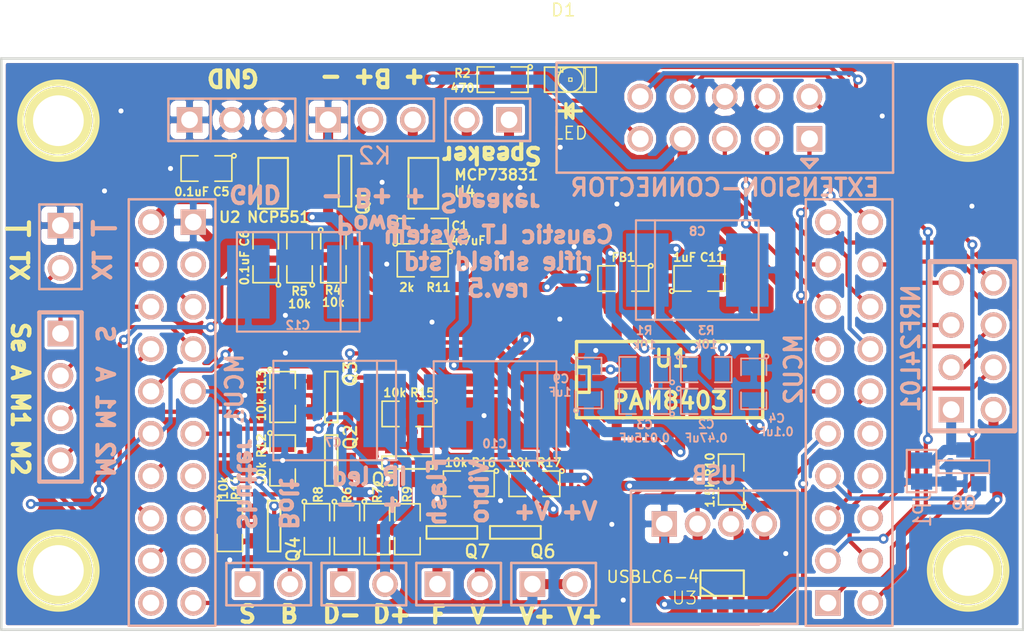
<source format=kicad_pcb>
(kicad_pcb (version 3) (host pcbnew "(2013-may-18)-stable")
  (layers (15 F.Cu signal) (0 B.Cu signal) (18 B.Paste user) (19 F.Paste user) (20 B.SilkS user) (21 F.SilkS user) (22 B.Mask user) (23 F.Mask user) (28 Edge.Cuts user))
  (net 0 "")
  (net 1 +3.3V)
  (net 2 GND)
  (net 3 N-000001)
  (net 4 N-0000010)
  (net 5 N-0000011)
  (net 6 N-0000012)
  (net 7 N-0000013)
  (net 8 N-0000014)
  (net 9 N-0000015)
  (net 10 N-0000016)
  (net 11 N-0000017)
  (net 12 N-0000018)
  (net 13 N-0000019)
  (net 14 N-000002)
  (net 15 N-0000020)
  (net 16 N-0000021)
  (net 17 N-0000022)
  (net 18 N-0000023)
  (net 19 N-0000024)
  (net 20 N-0000025)
  (net 21 N-0000026)
  (net 22 N-0000027)
  (net 23 N-0000028)
  (net 24 N-0000029)
  (net 25 N-000003)
  (net 26 N-0000030)
  (net 27 N-0000031)
  (net 28 N-0000032)
  (net 29 N-0000034)
  (net 30 N-0000035)
  (net 31 N-0000036)
  (net 32 N-0000037)
  (net 33 N-0000038)
  (net 34 N-000004)
  (net 35 N-0000040)
  (net 36 N-0000043)
  (net 37 N-0000044)
  (net 38 N-0000045)
  (net 39 N-0000046)
  (net 40 N-0000047)
  (net 41 N-0000048)
  (net 42 N-0000049)
  (net 43 N-000005)
  (net 44 N-0000050)
  (net 45 N-0000051)
  (net 46 N-0000052)
  (net 47 N-0000053)
  (net 48 N-0000054)
  (net 49 N-000006)
  (net 50 N-0000065)
  (net 51 N-0000066)
  (net 52 N-0000067)
  (net 53 N-000007)
  (net 54 N-000008)
  (net 55 N-000009)
  (net 56 VCC)
  (module SOT23GDS (layer F.Cu) (at 82.296 66.294)
    (fp_text reference Q7 (at 1.524 1.143) (layer F.SilkS) (effects (font (size 0.762 0.762) (thickness 0.12954))))
    (fp_text value MOS_N hide)
    (pad S smd rect (at -0.889 -1.016) (size 0.9144 0.9144) (layers F.Cu F.Paste F.Mask) (net 2 GND))
    (pad G smd rect (at 0.889 -1.016) (size 0.9144 0.9144) (layers F.Cu F.Paste F.Mask) (net 28 N-0000032))
    (pad D smd rect (at 0 1.016) (size 0.9144 0.9144) (layers F.Cu F.Paste F.Mask) (net 24 N-0000029))
  )
  (module SOT23GDS (layer F.Cu) (at 71.628 65.913 90)
    (fp_text reference Q4 (at -1.397 1.143 90) (layer F.SilkS) (effects (font (size 0.762 0.762) (thickness 0.12954))))
    (fp_text value MOS_N hide)
    (pad S smd rect (at -0.889 -1.016 90) (size 0.9144 0.9144) (layers F.Cu F.Paste F.Mask) (net 2 GND))
    (pad G smd rect (at 0.889 -1.016 90) (size 0.9144 0.9144) (layers F.Cu F.Paste F.Mask) (net 4 N-0000010))
    (pad D smd rect (at 0 1.016 90) (size 0.9144 0.9144) (layers F.Cu F.Paste F.Mask) (net 34 N-000004))
  )
  (module SOT23GDS (layer F.Cu) (at 86.106 66.294)
    (fp_text reference Q6 (at 1.651 1.143) (layer F.SilkS) (effects (font (size 0.762 0.762) (thickness 0.12954))))
    (fp_text value MOS_N hide)
    (pad S smd rect (at -0.889 -1.016) (size 0.9144 0.9144) (layers F.Cu F.Paste F.Mask) (net 2 GND))
    (pad G smd rect (at 0.889 -1.016) (size 0.9144 0.9144) (layers F.Cu F.Paste F.Mask) (net 27 N-0000031))
    (pad D smd rect (at 0 1.016) (size 0.9144 0.9144) (layers F.Cu F.Paste F.Mask) (net 11 N-0000017))
  )
  (module SOT23GDS (layer F.Cu) (at 75.057 58.166 90)
    (fp_text reference Q3 (at 1.397 1.143 90) (layer F.SilkS) (effects (font (size 0.762 0.762) (thickness 0.12954))))
    (fp_text value MOS_N hide)
    (pad S smd rect (at -0.889 -1.016 90) (size 0.9144 0.9144) (layers F.Cu F.Paste F.Mask) (net 2 GND))
    (pad G smd rect (at 0.889 -1.016 90) (size 0.9144 0.9144) (layers F.Cu F.Paste F.Mask) (net 18 N-0000023))
    (pad D smd rect (at 0 1.016 90) (size 0.9144 0.9144) (layers F.Cu F.Paste F.Mask) (net 43 N-000005))
  )
  (module SOT23GDS (layer F.Cu) (at 75.057 61.976 90)
    (fp_text reference Q2 (at 1.397 1.143 90) (layer F.SilkS) (effects (font (size 0.762 0.762) (thickness 0.12954))))
    (fp_text value MOS_N hide)
    (pad S smd rect (at -0.889 -1.016 90) (size 0.9144 0.9144) (layers F.Cu F.Paste F.Mask) (net 2 GND))
    (pad G smd rect (at 0.889 -1.016 90) (size 0.9144 0.9144) (layers F.Cu F.Paste F.Mask) (net 14 N-000002))
    (pad D smd rect (at 0 1.016 90) (size 0.9144 0.9144) (layers F.Cu F.Paste F.Mask) (net 49 N-000006))
  )
  (module SOT23GDS (layer F.Cu) (at 75.8825 45.212 90)
    (fp_text reference Q1 (at -1.27 1.0795 90) (layer F.SilkS) (effects (font (size 0.762 0.762) (thickness 0.12954))))
    (fp_text value MOSFET_P hide)
    (pad S smd rect (at -0.889 -1.016 90) (size 0.9144 0.9144) (layers F.Cu F.Paste F.Mask) (net 56 VCC))
    (pad G smd rect (at 0.889 -1.016 90) (size 0.9144 0.9144) (layers F.Cu F.Paste F.Mask) (net 2 GND))
    (pad D smd rect (at 0 1.016 90) (size 0.9144 0.9144) (layers F.Cu F.Paste F.Mask) (net 53 N-000007))
  )
  (module SO16N (layer F.Cu) (at 95.365 57.125)
    (fp_text reference U1 (at 0.127 -1.27) (layer F.SilkS) (effects (font (size 1.016 1.016) (thickness 0.2032))))
    (fp_text value PAM8403 (at 0 1.27) (layer F.SilkS) (effects (font (size 1.016 1.016) (thickness 0.2032))))
    (pad 16 smd rect (at -4.445 -3.175) (size 0.508 1.143) (layers F.Cu F.Paste F.Mask) (net 5 N-0000011))
    (pad 14 smd rect (at -1.905 -3.175) (size 0.508 1.143) (layers F.Cu F.Paste F.Mask) (net 6 N-0000012))
    (pad 13 smd rect (at -0.635 -3.175) (size 0.508 1.143) (layers F.Cu F.Paste F.Mask) (net 36 N-0000043))
    (pad 12 smd rect (at 0.635 -3.175) (size 0.508 1.143) (layers F.Cu F.Paste F.Mask) (net 36 N-0000043))
    (pad 11 smd rect (at 1.905 -3.175) (size 0.508 1.143) (layers F.Cu F.Paste F.Mask) (net 2 GND))
    (pad 10 smd rect (at 3.175 -3.175) (size 0.508 1.143) (layers F.Cu F.Paste F.Mask) (net 8 N-0000014))
    (pad 9 smd rect (at 4.445 -3.175) (size 0.508 1.143) (layers F.Cu F.Paste F.Mask) (net 2 GND))
    (pad 8 smd rect (at 4.445 3.175) (size 0.508 1.143) (layers F.Cu F.Paste F.Mask) (net 38 N-0000045))
    (pad 7 smd rect (at 3.175 3.175) (size 0.508 1.143) (layers F.Cu F.Paste F.Mask))
    (pad 6 smd rect (at 1.905 3.175) (size 0.508 1.143) (layers F.Cu F.Paste F.Mask) (net 36 N-0000043))
    (pad 5 smd rect (at 0.635 3.175) (size 0.508 1.143) (layers F.Cu F.Paste F.Mask) (net 36 N-0000043))
    (pad 4 smd rect (at -0.635 3.175) (size 0.508 1.143) (layers F.Cu F.Paste F.Mask) (net 36 N-0000043))
    (pad 3 smd rect (at -1.905 3.175) (size 0.508 1.143) (layers F.Cu F.Paste F.Mask))
    (pad 2 smd rect (at -3.175 3.175) (size 0.508 1.143) (layers F.Cu F.Paste F.Mask) (net 2 GND))
    (pad 1 smd rect (at -4.445 3.175) (size 0.508 1.143) (layers F.Cu F.Paste F.Mask))
    (pad 15 smd rect (at -3.175 -3.175) (size 0.508 1.143) (layers F.Cu F.Paste F.Mask) (net 2 GND))
  )
  (module SM0805 (layer B.Cu) (at 97.565 56.525)
    (fp_text reference R3 (at 0 -2.35) (layer B.SilkS) (effects (font (size 0.50038 0.50038) (thickness 0.10922)) (justify mirror)))
    (fp_text value 10k (at 0 -1.525) (layer B.SilkS) (effects (font (size 0.50038 0.50038) (thickness 0.10922)) (justify mirror)))
    (pad 1 smd rect (at -0.9525 0) (size 0.889 1.397) (layers B.Cu B.Paste B.Mask) (net 7 N-0000013))
    (pad 2 smd rect (at 0.9525 0) (size 0.889 1.397) (layers B.Cu B.Paste B.Mask) (net 8 N-0000014))
  )
  (module SM0805 (layer F.Cu) (at 74.2 66.1 270)
    (fp_text reference R8 (at -2.075 -0.075 270) (layer F.SilkS) (effects (font (size 0.50038 0.50038) (thickness 0.10922))))
    (fp_text value R hide)
    (pad 1 smd rect (at -0.9525 0 270) (size 0.889 1.397) (layers F.Cu F.Paste F.Mask) (net 34 N-000004))
    (pad 2 smd rect (at 0.9525 0 270) (size 0.889 1.397) (layers F.Cu F.Paste F.Mask) (net 3 N-000001))
  )
  (module SM0805 (layer B.Cu) (at 93.865 58.425 180)
    (fp_text reference C3 (at 0 -1.4 180) (layer B.SilkS) (effects (font (size 0.50038 0.50038) (thickness 0.10922)) (justify mirror)))
    (fp_text value 0.015uF (at 0 -2.2 180) (layer B.SilkS) (effects (font (size 0.50038 0.50038) (thickness 0.10922)) (justify mirror)))
    (pad 1 smd rect (at -0.9525 0 180) (size 0.889 1.397) (layers B.Cu B.Paste B.Mask) (net 10 N-0000016))
    (pad 2 smd rect (at 0.9525 0 180) (size 0.889 1.397) (layers B.Cu B.Paste B.Mask) (net 2 GND))
  )
  (module SM0805 (layer B.Cu) (at 93.865 56.525 180)
    (fp_text reference R1 (at 0.025 2.35 180) (layer B.SilkS) (effects (font (size 0.50038 0.50038) (thickness 0.10922)) (justify mirror)))
    (fp_text value 10k (at 0 1.5 180) (layer B.SilkS) (effects (font (size 0.50038 0.50038) (thickness 0.10922)) (justify mirror)))
    (pad 1 smd rect (at -0.9525 0 180) (size 0.889 1.397) (layers B.Cu B.Paste B.Mask) (net 10 N-0000016))
    (pad 2 smd rect (at 0.9525 0 180) (size 0.889 1.397) (layers B.Cu B.Paste B.Mask) (net 55 N-000009))
  )
  (module SM0805 (layer F.Cu) (at 77.8 66.1 270)
    (fp_text reference R7 (at -2.05 -0.025 270) (layer F.SilkS) (effects (font (size 0.50038 0.50038) (thickness 0.10922))))
    (fp_text value R hide)
    (pad 1 smd rect (at -0.9525 0 270) (size 0.889 1.397) (layers F.Cu F.Paste F.Mask) (net 43 N-000005))
    (pad 2 smd rect (at 0.9525 0 270) (size 0.889 1.397) (layers F.Cu F.Paste F.Mask) (net 3 N-000001))
  )
  (module SM0805 (layer F.Cu) (at 76 66.1 270)
    (fp_text reference R6 (at -2.05 0 270) (layer F.SilkS) (effects (font (size 0.50038 0.50038) (thickness 0.10922))))
    (fp_text value R hide)
    (pad 1 smd rect (at -0.9525 0 270) (size 0.889 1.397) (layers F.Cu F.Paste F.Mask) (net 49 N-000006))
    (pad 2 smd rect (at 0.9525 0 270) (size 0.889 1.397) (layers F.Cu F.Paste F.Mask) (net 3 N-000001))
  )
  (module SM0805 (layer B.Cu) (at 97.565 58.425)
    (fp_text reference C2 (at 0 1.375) (layer B.SilkS) (effects (font (size 0.50038 0.50038) (thickness 0.10922)) (justify mirror)))
    (fp_text value 0.47uF (at 0 2.2) (layer B.SilkS) (effects (font (size 0.50038 0.50038) (thickness 0.10922)) (justify mirror)))
    (pad 1 smd rect (at -0.9525 0) (size 0.889 1.397) (layers B.Cu B.Paste B.Mask) (net 10 N-0000016))
    (pad 2 smd rect (at 0.9525 0) (size 0.889 1.397) (layers B.Cu B.Paste B.Mask) (net 7 N-0000013))
  )
  (module SM0805 (layer F.Cu) (at 97.155 51.054)
    (fp_text reference C11 (at 0.762 -1.27) (layer F.SilkS) (effects (font (size 0.50038 0.50038) (thickness 0.10922))))
    (fp_text value 1uF (at -0.889 -1.27) (layer F.SilkS) (effects (font (size 0.50038 0.50038) (thickness 0.10922))))
    (pad 1 smd rect (at -0.9525 0) (size 0.889 1.397) (layers F.Cu F.Paste F.Mask) (net 36 N-0000043))
    (pad 2 smd rect (at 0.9525 0) (size 0.889 1.397) (layers F.Cu F.Paste F.Mask) (net 2 GND))
  )
  (module SM0805 (layer B.Cu) (at 90.515 57.325 90)
    (fp_text reference C9 (at 0.25 -1.675 180) (layer B.SilkS) (effects (font (size 0.50038 0.50038) (thickness 0.10922)) (justify mirror)))
    (fp_text value 1uF (at -0.55 -1.725 180) (layer B.SilkS) (effects (font (size 0.50038 0.50038) (thickness 0.10922)) (justify mirror)))
    (pad 1 smd rect (at -0.9525 0 90) (size 0.889 1.397) (layers B.Cu B.Paste B.Mask) (net 36 N-0000043))
    (pad 2 smd rect (at 0.9525 0 90) (size 0.889 1.397) (layers B.Cu B.Paste B.Mask) (net 2 GND))
  )
  (module SM0805 (layer B.Cu) (at 100.415 57.375 270)
    (fp_text reference C4 (at 2.075 -1.375 360) (layer B.SilkS) (effects (font (size 0.50038 0.50038) (thickness 0.10922)) (justify mirror)))
    (fp_text value 0.1uF (at 2.875 -1.35 360) (layer B.SilkS) (effects (font (size 0.50038 0.50038) (thickness 0.10922)) (justify mirror)))
    (pad 1 smd rect (at -0.9525 0 270) (size 0.889 1.397) (layers B.Cu B.Paste B.Mask) (net 2 GND))
    (pad 2 smd rect (at 0.9525 0 270) (size 0.889 1.397) (layers B.Cu B.Paste B.Mask) (net 38 N-0000045))
  )
  (module SM0805 (layer F.Cu) (at 75.184 49.784 270)
    (fp_text reference R4 (at 1.975 0.025 360) (layer F.SilkS) (effects (font (size 0.50038 0.50038) (thickness 0.10922))))
    (fp_text value 10k (at 2.7 0 360) (layer F.SilkS) (effects (font (size 0.50038 0.50038) (thickness 0.10922))))
    (pad 1 smd rect (at -0.9525 0 270) (size 0.889 1.397) (layers F.Cu F.Paste F.Mask) (net 56 VCC))
    (pad 2 smd rect (at 0.9525 0 270) (size 0.889 1.397) (layers F.Cu F.Paste F.Mask) (net 50 N-0000065))
  )
  (module SM0805 (layer F.Cu) (at 73.152 49.784 90)
    (fp_text reference R5 (at -2.032 0 180) (layer F.SilkS) (effects (font (size 0.50038 0.50038) (thickness 0.10922))))
    (fp_text value 10k (at -2.794 0 180) (layer F.SilkS) (effects (font (size 0.50038 0.50038) (thickness 0.10922))))
    (pad 1 smd rect (at -0.9525 0 90) (size 0.889 1.397) (layers F.Cu F.Paste F.Mask) (net 50 N-0000065))
    (pad 2 smd rect (at 0.9525 0 90) (size 0.889 1.397) (layers F.Cu F.Paste F.Mask) (net 2 GND))
  )
  (module PIN_ARRAY_4x1 (layer B.Cu) (at 58.801 58.166 270)
    (fp_text reference P3 hide)
    (fp_text value Mag&fireMode hide)
    (pad 1 thru_hole rect (at -3.81 0 270) (size 1.524 1.524) (drill 1) (layers *.Cu *.Mask B.SilkS) (net 17 N-0000022))
    (pad 2 thru_hole circle (at -1.27 0 270) (size 1.524 1.524) (drill 1) (layers *.Cu *.Mask B.SilkS) (net 16 N-0000021))
    (pad 3 thru_hole circle (at 1.27 0 270) (size 1.524 1.524) (drill 1) (layers *.Cu *.Mask B.SilkS) (net 15 N-0000020))
    (pad 4 thru_hole circle (at 3.81 0 270) (size 1.524 1.524) (drill 1) (layers *.Cu *.Mask B.SilkS) (net 13 N-0000019))
  )
  (module PIN_ARRAY_3X1 (layer B.Cu) (at 69.088 41.529)
    (fp_text reference K1 hide)
    (fp_text value CONN_3 hide)
    (pad 1 thru_hole rect (at -2.54 0) (size 1.524 1.524) (drill 1) (layers *.Cu *.Mask B.SilkS) (net 2 GND))
    (pad 2 thru_hole circle (at 0 0) (size 1.524 1.524) (drill 1) (layers *.Cu *.Mask B.SilkS) (net 2 GND))
    (pad 3 thru_hole circle (at 2.54 0) (size 1.524 1.524) (drill 1) (layers *.Cu *.Mask B.SilkS) (net 2 GND))
  )
  (module PIN_ARRAY_2X1 (layer B.Cu) (at 71.3 69.4)
    (fp_text reference P7 hide)
    (fp_text value Fire&Reload hide)
    (pad 1 thru_hole rect (at -1.27 0) (size 1.524 1.524) (drill 1) (layers *.Cu *.Mask B.SilkS) (net 9 N-0000015))
    (pad 2 thru_hole circle (at 1.27 0) (size 1.524 1.524) (drill 1) (layers *.Cu *.Mask B.SilkS) (net 12 N-0000018))
  )
  (module PIN_ARRAY_2X1 (layer B.Cu) (at 84.455 41.529 180)
    (fp_text reference P5 hide)
    (fp_text value Speaker2 hide)
    (pad 1 thru_hole rect (at -1.27 0 180) (size 1.524 1.524) (drill 1) (layers *.Cu *.Mask B.SilkS) (net 6 N-0000012))
    (pad 2 thru_hole circle (at 1.27 0 180) (size 1.524 1.524) (drill 1) (layers *.Cu *.Mask B.SilkS) (net 5 N-0000011))
  )
  (module PIN_ARRAY_2X1 (layer B.Cu) (at 82.7 69.4)
    (fp_text reference P15 hide)
    (fp_text value Vibro&flash hide)
    (pad 1 thru_hole rect (at -1.27 0) (size 1.524 1.524) (drill 1) (layers *.Cu *.Mask B.SilkS) (net 24 N-0000029))
    (pad 2 thru_hole circle (at 1.27 0) (size 1.524 1.524) (drill 1) (layers *.Cu *.Mask B.SilkS) (net 11 N-0000017))
  )
  (module PIN_ARRAY_2X1 (layer B.Cu) (at 88.4 69.4)
    (fp_text reference P4 hide)
    (fp_text value VCC hide)
    (pad 1 thru_hole rect (at -1.27 0) (size 1.524 1.524) (drill 1) (layers *.Cu *.Mask B.SilkS) (net 56 VCC))
    (pad 2 thru_hole circle (at 1.27 0) (size 1.524 1.524) (drill 1) (layers *.Cu *.Mask B.SilkS) (net 56 VCC))
  )
  (module pin_array_10x2 (layer B.Cu) (at 65.5 59.1 270)
    (fp_text reference P2 hide)
    (fp_text value MCU1 (at -1.4 -3.75 270) (layer B.SilkS) (effects (font (size 1.016 1.016) (thickness 0.2032)) (justify mirror)))
    (pad 1 thru_hole rect (at -11.43 -1.27 270) (size 1.524 1.524) (drill 1) (layers *.Cu *.Mask B.SilkS) (net 2 GND))
    (pad 2 thru_hole circle (at -11.43 1.27 270) (size 1.524 1.524) (drill 1) (layers *.Cu *.Mask B.SilkS) (net 1 +3.3V))
    (pad 3 thru_hole circle (at -8.89 -1.27 270) (size 1.524 1.524) (drill 1) (layers *.Cu *.Mask B.SilkS))
    (pad 4 thru_hole circle (at -8.89 1.27 270) (size 1.524 1.524) (drill 1) (layers *.Cu *.Mask B.SilkS) (net 17 N-0000022))
    (pad 5 thru_hole circle (at -6.35 -1.27 270) (size 1.524 1.524) (drill 1) (layers *.Cu *.Mask B.SilkS) (net 16 N-0000021))
    (pad 6 thru_hole circle (at -6.35 1.27 270) (size 1.524 1.524) (drill 1) (layers *.Cu *.Mask B.SilkS) (net 15 N-0000020))
    (pad 7 thru_hole circle (at -3.81 -1.27 270) (size 1.524 1.524) (drill 1) (layers *.Cu *.Mask B.SilkS) (net 13 N-0000019))
    (pad 8 thru_hole circle (at -3.81 1.27 270) (size 1.524 1.524) (drill 1) (layers *.Cu *.Mask B.SilkS) (net 9 N-0000015))
    (pad 9 thru_hole circle (at -1.27 -1.27 270) (size 1.524 1.524) (drill 1) (layers *.Cu *.Mask B.SilkS) (net 12 N-0000018))
    (pad 10 thru_hole circle (at -1.27 1.27 270) (size 1.524 1.524) (drill 1) (layers *.Cu *.Mask B.SilkS) (net 27 N-0000031))
    (pad 11 thru_hole circle (at 1.27 -1.27 270) (size 1.524 1.524) (drill 1) (layers *.Cu *.Mask B.SilkS) (net 28 N-0000032))
    (pad 12 thru_hole circle (at 1.27 1.27 270) (size 1.524 1.524) (drill 1) (layers *.Cu *.Mask B.SilkS) (net 55 N-000009))
    (pad 13 thru_hole circle (at 3.81 -1.27 270) (size 1.524 1.524) (drill 1) (layers *.Cu *.Mask B.SilkS))
    (pad 14 thru_hole circle (at 3.81 1.27 270) (size 1.524 1.524) (drill 1) (layers *.Cu *.Mask B.SilkS) (net 14 N-000002))
    (pad 15 thru_hole circle (at 6.35 -1.27 270) (size 1.524 1.524) (drill 1) (layers *.Cu *.Mask B.SilkS) (net 18 N-0000023))
    (pad 16 thru_hole circle (at 6.35 1.27 270) (size 1.524 1.524) (drill 1) (layers *.Cu *.Mask B.SilkS) (net 50 N-0000065))
    (pad 17 thru_hole circle (at 8.89 -1.27 270) (size 1.524 1.524) (drill 1) (layers *.Cu *.Mask B.SilkS))
    (pad 18 thru_hole circle (at 8.89 1.27 270) (size 1.524 1.524) (drill 1) (layers *.Cu *.Mask B.SilkS) (net 4 N-0000010))
    (pad 19 thru_hole circle (at 11.43 -1.27 270) (size 1.524 1.524) (drill 1) (layers *.Cu *.Mask B.SilkS) (net 54 N-000008))
    (pad 20 thru_hole circle (at 11.43 1.27 270) (size 1.524 1.524) (drill 1) (layers *.Cu *.Mask B.SilkS))
  )
  (module pin_array_10x2 (layer B.Cu) (at 106.14 59.1 90)
    (fp_text reference P10 hide)
    (fp_text value MCU2 (at 2.6 -3.34 90) (layer B.SilkS) (effects (font (size 1.016 1.016) (thickness 0.2032)) (justify mirror)))
    (pad 1 thru_hole rect (at -11.43 -1.27 90) (size 1.524 1.524) (drill 1) (layers *.Cu *.Mask B.SilkS) (net 29 N-0000034))
    (pad 2 thru_hole circle (at -11.43 1.27 90) (size 1.524 1.524) (drill 1) (layers *.Cu *.Mask B.SilkS) (net 30 N-0000035))
    (pad 3 thru_hole circle (at -8.89 -1.27 90) (size 1.524 1.524) (drill 1) (layers *.Cu *.Mask B.SilkS) (net 45 N-0000051))
    (pad 4 thru_hole circle (at -8.89 1.27 90) (size 1.524 1.524) (drill 1) (layers *.Cu *.Mask B.SilkS) (net 46 N-0000052))
    (pad 5 thru_hole circle (at -6.35 -1.27 90) (size 1.524 1.524) (drill 1) (layers *.Cu *.Mask B.SilkS) (net 47 N-0000053))
    (pad 6 thru_hole circle (at -6.35 1.27 90) (size 1.524 1.524) (drill 1) (layers *.Cu *.Mask B.SilkS) (net 44 N-0000050))
    (pad 7 thru_hole circle (at -3.81 -1.27 90) (size 1.524 1.524) (drill 1) (layers *.Cu *.Mask B.SilkS) (net 32 N-0000037))
    (pad 8 thru_hole circle (at -3.81 1.27 90) (size 1.524 1.524) (drill 1) (layers *.Cu *.Mask B.SilkS))
    (pad 9 thru_hole circle (at -1.27 -1.27 90) (size 1.524 1.524) (drill 1) (layers *.Cu *.Mask B.SilkS) (net 33 N-0000038))
    (pad 10 thru_hole circle (at -1.27 1.27 90) (size 1.524 1.524) (drill 1) (layers *.Cu *.Mask B.SilkS))
    (pad 11 thru_hole circle (at 1.27 -1.27 90) (size 1.524 1.524) (drill 1) (layers *.Cu *.Mask B.SilkS) (net 51 N-0000066))
    (pad 12 thru_hole circle (at 1.27 1.27 90) (size 1.524 1.524) (drill 1) (layers *.Cu *.Mask B.SilkS) (net 52 N-0000067))
    (pad 13 thru_hole circle (at 3.81 -1.27 90) (size 1.524 1.524) (drill 1) (layers *.Cu *.Mask B.SilkS) (net 40 N-0000047))
    (pad 14 thru_hole circle (at 3.81 1.27 90) (size 1.524 1.524) (drill 1) (layers *.Cu *.Mask B.SilkS) (net 41 N-0000048))
    (pad 15 thru_hole circle (at 6.35 -1.27 90) (size 1.524 1.524) (drill 1) (layers *.Cu *.Mask B.SilkS) (net 39 N-0000046))
    (pad 16 thru_hole circle (at 6.35 1.27 90) (size 1.524 1.524) (drill 1) (layers *.Cu *.Mask B.SilkS) (net 42 N-0000049))
    (pad 17 thru_hole circle (at 8.89 -1.27 90) (size 1.524 1.524) (drill 1) (layers *.Cu *.Mask B.SilkS) (net 48 N-0000054))
    (pad 18 thru_hole circle (at 8.89 1.27 90) (size 1.524 1.524) (drill 1) (layers *.Cu *.Mask B.SilkS) (net 37 N-0000044))
    (pad 19 thru_hole circle (at 11.43 -1.27 90) (size 1.524 1.524) (drill 1) (layers *.Cu *.Mask B.SilkS) (net 35 N-0000040))
    (pad 20 thru_hole circle (at 11.43 1.27 90) (size 1.524 1.524) (drill 1) (layers *.Cu *.Mask B.SilkS) (net 26 N-0000030))
  )
  (module SOT23-5 (layer F.Cu) (at 71.5645 45.339 90)
    (fp_text reference U2 (at -2.032 -2.6035 180) (layer F.SilkS) (effects (font (size 0.635 0.635) (thickness 0.127))))
    (fp_text value NCP551 (at -2.032 0.3175 180) (layer F.SilkS) (effects (font (size 0.635 0.635) (thickness 0.127))))
    (pad 1 smd rect (at -0.9525 1.27 90) (size 0.508 0.762) (layers F.Cu F.Paste F.Mask) (net 56 VCC))
    (pad 3 smd rect (at 0.9525 1.27 90) (size 0.508 0.762) (layers F.Cu F.Paste F.Mask) (net 56 VCC))
    (pad 5 smd rect (at -0.9525 -1.27 90) (size 0.508 0.762) (layers F.Cu F.Paste F.Mask) (net 1 +3.3V))
    (pad 2 smd rect (at 0 1.27 90) (size 0.508 0.762) (layers F.Cu F.Paste F.Mask) (net 2 GND))
    (pad 4 smd rect (at 0.9525 -1.27 90) (size 0.508 0.762) (layers F.Cu F.Paste F.Mask))
  )
  (module SOT23GDS (layer F.Cu) (at 79.629 62.103)
    (fp_text reference Q5 (at -1.397 1.016) (layer F.SilkS) (effects (font (size 0.762 0.762) (thickness 0.12954))))
    (fp_text value MOS_N hide)
    (pad S smd rect (at -0.889 -1.016) (size 0.9144 0.9144) (layers F.Cu F.Paste F.Mask) (net 2 GND))
    (pad G smd rect (at 0.889 -1.016) (size 0.9144 0.9144) (layers F.Cu F.Paste F.Mask) (net 54 N-000008))
    (pad D smd rect (at 0 1.016) (size 0.9144 0.9144) (layers F.Cu F.Paste F.Mask) (net 25 N-000003))
  )
  (module SOT23_6 (layer F.Cu) (at 98.552 69.342)
    (fp_text reference U3 (at -2.286 0.889) (layer F.SilkS) (effects (font (size 0.762 0.762) (thickness 0.0762))))
    (fp_text value USBLC6-4 (at -4.191 -0.381) (layer F.SilkS) (effects (font (size 0.7 0.7) (thickness 0.1))))
    (pad 6 smd rect (at -0.9525 -1.27) (size 0.70104 1.00076) (layers F.Cu F.Paste F.Mask) (net 51 N-0000066))
    (pad 5 smd rect (at 0 -1.27) (size 0.70104 1.00076) (layers F.Cu F.Paste F.Mask) (net 19 N-0000024))
    (pad 4 smd rect (at 0.9525 -1.27) (size 0.70104 1.00076) (layers F.Cu F.Paste F.Mask) (net 52 N-0000067))
    (pad 3 smd rect (at 0.9525 1.27) (size 0.70104 1.00076) (layers F.Cu F.Paste F.Mask))
    (pad 2 smd rect (at 0 1.27) (size 0.70104 1.00076) (layers F.Cu F.Paste F.Mask) (net 2 GND))
    (pad 1 smd rect (at -0.9525 1.27) (size 0.70104 1.00076) (layers F.Cu F.Paste F.Mask))
  )
  (module SOT23-5 (layer F.Cu) (at 80.5815 45.339 270)
    (fp_text reference U4 (at 0.508 -2.4765 360) (layer F.SilkS) (effects (font (size 0.635 0.635) (thickness 0.127))))
    (fp_text value MCP73831 (at -0.508 -4.3815 360) (layer F.SilkS) (effects (font (size 0.635 0.635) (thickness 0.127))))
    (pad 1 smd rect (at -0.9525 1.27 270) (size 0.508 0.762) (layers F.Cu F.Paste F.Mask) (net 22 N-0000027))
    (pad 3 smd rect (at 0.9525 1.27 270) (size 0.508 0.762) (layers F.Cu F.Paste F.Mask) (net 20 N-0000025))
    (pad 5 smd rect (at -0.9525 -1.27 270) (size 0.508 0.762) (layers F.Cu F.Paste F.Mask) (net 21 N-0000026))
    (pad 2 smd rect (at 0 1.27 270) (size 0.508 0.762) (layers F.Cu F.Paste F.Mask) (net 2 GND))
    (pad 4 smd rect (at 0.9525 -1.27 270) (size 0.508 0.762) (layers F.Cu F.Paste F.Mask) (net 19 N-0000024))
  )
  (module SM0805 (layer F.Cu) (at 92.583 51.054 180)
    (fp_text reference FB1 (at 0 1.27 180) (layer F.SilkS) (effects (font (size 0.50038 0.50038) (thickness 0.10922))))
    (fp_text value FILTER hide)
    (pad 1 smd rect (at -0.9525 0 180) (size 0.889 1.397) (layers F.Cu F.Paste F.Mask) (net 36 N-0000043))
    (pad 2 smd rect (at 0.9525 0 180) (size 0.889 1.397) (layers F.Cu F.Paste F.Mask) (net 56 VCC))
  )
  (module SM0805 (layer F.Cu) (at 71.12 49.784 90)
    (fp_text reference C6 (at 1.143 -1.27 90) (layer F.SilkS) (effects (font (size 0.50038 0.50038) (thickness 0.10922))))
    (fp_text value 0.1uF (at -0.635 -1.27 90) (layer F.SilkS) (effects (font (size 0.50038 0.50038) (thickness 0.10922))))
    (pad 1 smd rect (at -0.9525 0 90) (size 0.889 1.397) (layers F.Cu F.Paste F.Mask) (net 50 N-0000065))
    (pad 2 smd rect (at 0.9525 0 90) (size 0.889 1.397) (layers F.Cu F.Paste F.Mask) (net 2 GND))
  )
  (module SM0805 (layer F.Cu) (at 99.06 63.119 90)
    (fp_text reference R10 (at 0.889 -1.27 90) (layer F.SilkS) (effects (font (size 0.50038 0.50038) (thickness 0.10922))))
    (fp_text value 1.5k (at -0.889 -1.27 90) (layer F.SilkS) (effects (font (size 0.50038 0.50038) (thickness 0.10922))))
    (pad 1 smd rect (at -0.9525 0 90) (size 0.889 1.397) (layers F.Cu F.Paste F.Mask) (net 52 N-0000067))
    (pad 2 smd rect (at 0.9525 0 90) (size 0.889 1.397) (layers F.Cu F.Paste F.Mask) (net 1 +3.3V))
  )
  (module SM0805 (layer F.Cu) (at 80.5434 48.2092)
    (fp_text reference C1 (at 2.2225 -0.3175) (layer F.SilkS) (effects (font (size 0.50038 0.50038) (thickness 0.10922))))
    (fp_text value 4.7uF (at 2.7305 0.5715) (layer F.SilkS) (effects (font (size 0.50038 0.50038) (thickness 0.10922))))
    (pad 1 smd rect (at -0.9525 0) (size 0.889 1.397) (layers F.Cu F.Paste F.Mask) (net 20 N-0000025))
    (pad 2 smd rect (at 0.9525 0) (size 0.889 1.397) (layers F.Cu F.Paste F.Mask) (net 21 N-0000026))
  )
  (module SM0805 (layer F.Cu) (at 85.344 39.116 180)
    (fp_text reference R2 (at 2.413 0.381 180) (layer F.SilkS) (effects (font (size 0.50038 0.50038) (thickness 0.10922))))
    (fp_text value 470 (at 2.413 -0.508 180) (layer F.SilkS) (effects (font (size 0.50038 0.50038) (thickness 0.10922))))
    (pad 1 smd rect (at -0.9525 0 180) (size 0.889 1.397) (layers F.Cu F.Paste F.Mask) (net 23 N-0000028))
    (pad 2 smd rect (at 0.9525 0 180) (size 0.889 1.397) (layers F.Cu F.Paste F.Mask) (net 22 N-0000027))
  )
  (module SM0805 (layer F.Cu) (at 80.5434 50.1904 180)
    (fp_text reference R11 (at -0.9525 -1.397 180) (layer F.SilkS) (effects (font (size 0.50038 0.50038) (thickness 0.10922))))
    (fp_text value 2k (at 0.9525 -1.397 180) (layer F.SilkS) (effects (font (size 0.50038 0.50038) (thickness 0.10922))))
    (pad 1 smd rect (at -0.9525 0 180) (size 0.889 1.397) (layers F.Cu F.Paste F.Mask) (net 21 N-0000026))
    (pad 2 smd rect (at 0.9525 0 180) (size 0.889 1.397) (layers F.Cu F.Paste F.Mask) (net 2 GND))
  )
  (module SM0805 (layer F.Cu) (at 72.136 61.976 270)
    (fp_text reference R12 (at -0.889 1.27 270) (layer F.SilkS) (effects (font (size 0.50038 0.50038) (thickness 0.10922))))
    (fp_text value 10k (at 0.762 1.27 270) (layer F.SilkS) (effects (font (size 0.50038 0.50038) (thickness 0.10922))))
    (pad 1 smd rect (at -0.9525 0 270) (size 0.889 1.397) (layers F.Cu F.Paste F.Mask) (net 14 N-000002))
    (pad 2 smd rect (at 0.9525 0 270) (size 0.889 1.397) (layers F.Cu F.Paste F.Mask) (net 2 GND))
  )
  (module SM0805 (layer F.Cu) (at 79.629 59.182 180)
    (fp_text reference R15 (at -0.889 1.27 180) (layer F.SilkS) (effects (font (size 0.50038 0.50038) (thickness 0.10922))))
    (fp_text value 10k (at 0.762 1.27 180) (layer F.SilkS) (effects (font (size 0.50038 0.50038) (thickness 0.10922))))
    (pad 1 smd rect (at -0.9525 0 180) (size 0.889 1.397) (layers F.Cu F.Paste F.Mask) (net 54 N-000008))
    (pad 2 smd rect (at 0.9525 0 180) (size 0.889 1.397) (layers F.Cu F.Paste F.Mask) (net 2 GND))
  )
  (module SM0805 (layer F.Cu) (at 68.961 65.913 270)
    (fp_text reference R14 (at -2.286 -0.381 270) (layer F.SilkS) (effects (font (size 0.50038 0.50038) (thickness 0.10922))))
    (fp_text value 10k (at -2.286 0.381 270) (layer F.SilkS) (effects (font (size 0.50038 0.50038) (thickness 0.10922))))
    (pad 1 smd rect (at -0.9525 0 270) (size 0.889 1.397) (layers F.Cu F.Paste F.Mask) (net 4 N-0000010))
    (pad 2 smd rect (at 0.9525 0 270) (size 0.889 1.397) (layers F.Cu F.Paste F.Mask) (net 2 GND))
  )
  (module SM0805 (layer F.Cu) (at 72.136 58.166 270)
    (fp_text reference R13 (at -0.889 1.27 270) (layer F.SilkS) (effects (font (size 0.50038 0.50038) (thickness 0.10922))))
    (fp_text value 10k (at 0.762 1.27 270) (layer F.SilkS) (effects (font (size 0.50038 0.50038) (thickness 0.10922))))
    (pad 1 smd rect (at -0.9525 0 270) (size 0.889 1.397) (layers F.Cu F.Paste F.Mask) (net 18 N-0000023))
    (pad 2 smd rect (at 0.9525 0 270) (size 0.889 1.397) (layers F.Cu F.Paste F.Mask) (net 2 GND))
  )
  (module SM0805 (layer F.Cu) (at 79.629 66.1035 270)
    (fp_text reference R9 (at -2.0955 0 270) (layer F.SilkS) (effects (font (size 0.50038 0.50038) (thickness 0.10922))))
    (fp_text value R hide)
    (pad 1 smd rect (at -0.9525 0 270) (size 0.889 1.397) (layers F.Cu F.Paste F.Mask) (net 25 N-000003))
    (pad 2 smd rect (at 0.9525 0 270) (size 0.889 1.397) (layers F.Cu F.Paste F.Mask) (net 3 N-000001))
  )
  (module SM0805 (layer F.Cu) (at 67.564 44.45 180)
    (fp_text reference C5 (at -0.889 -1.397 180) (layer F.SilkS) (effects (font (size 0.50038 0.50038) (thickness 0.10922))))
    (fp_text value 0.1uF (at 0.889 -1.397 180) (layer F.SilkS) (effects (font (size 0.50038 0.50038) (thickness 0.10922))))
    (pad 1 smd rect (at -0.9525 0 180) (size 0.889 1.397) (layers F.Cu F.Paste F.Mask) (net 56 VCC))
    (pad 2 smd rect (at 0.9525 0 180) (size 0.889 1.397) (layers F.Cu F.Paste F.Mask) (net 2 GND))
  )
  (module PIN_ARRAY_3X1 (layer B.Cu) (at 77.4065 41.529)
    (fp_text reference K2 (at 0.254 2.159) (layer B.SilkS) (effects (font (size 1.016 1.016) (thickness 0.1524)) (justify mirror)))
    (fp_text value CONN_3 hide)
    (pad 1 thru_hole rect (at -2.54 0) (size 1.524 1.524) (drill 1.016) (layers *.Cu *.Mask B.SilkS) (net 2 GND))
    (pad 2 thru_hole circle (at 0 0) (size 1.524 1.524) (drill 1.016) (layers *.Cu *.Mask B.SilkS) (net 20 N-0000025))
    (pad 3 thru_hole circle (at 2.54 0) (size 1.524 1.524) (drill 1.016) (layers *.Cu *.Mask B.SilkS) (net 53 N-000007))
  )
  (module PIN_ARRAY_2X1 (layer B.Cu) (at 77.0128 69.4)
    (fp_text reference P13 hide)
    (fp_text value IR_LED hide)
    (pad 1 thru_hole rect (at -1.27 0) (size 1.524 1.524) (drill 1.016) (layers *.Cu *.Mask B.SilkS) (net 3 N-000001))
    (pad 2 thru_hole circle (at 1.27 0) (size 1.524 1.524) (drill 1.016) (layers *.Cu *.Mask B.SilkS) (net 56 VCC))
  )
  (module PIN_ARRAY-4X1-2mm-horiz (layer B.Cu) (at 98.044 65.786)
    (fp_text reference P1 hide)
    (fp_text value USB (at 0 -2.921) (layer B.SilkS) (effects (font (size 1.016 0.889) (thickness 0.2032)) (justify mirror)))
    (pad 1 thru_hole rect (at -3 0) (size 1.524 1.524) (drill 1) (layers *.Cu *.Mask B.SilkS) (net 2 GND))
    (pad 2 thru_hole circle (at -1 0) (size 1.524 1.524) (drill 1) (layers *.Cu *.Mask B.SilkS) (net 51 N-0000066))
    (pad 3 thru_hole circle (at 1 0) (size 1.524 1.524) (drill 1) (layers *.Cu *.Mask B.SilkS) (net 52 N-0000067))
    (pad 4 thru_hole circle (at 3 0) (size 1.524 1.524) (drill 1) (layers *.Cu *.Mask B.SilkS) (net 19 N-0000024))
  )
  (module pin_array_4x2 (layer B.Cu) (at 113.538 55.118 90)
    (fp_text reference P12 hide)
    (fp_text value NRF24L01 (at -0.127 -3.683 90) (layer B.SilkS) (effects (font (size 1.016 1.016) (thickness 0.2032)) (justify mirror)))
    (pad 1 thru_hole rect (at -3.81 -1.27 90) (size 1.524 1.524) (drill 1.016) (layers *.Cu *.Mask B.SilkS) (net 31 N-0000036))
    (pad 2 thru_hole circle (at -3.81 1.27 90) (size 1.524 1.524) (drill 1.016) (layers *.Cu *.Mask B.SilkS) (net 1 +3.3V))
    (pad 3 thru_hole circle (at -1.27 -1.27 90) (size 1.524 1.524) (drill 1.016) (layers *.Cu *.Mask B.SilkS) (net 37 N-0000044))
    (pad 4 thru_hole circle (at -1.27 1.27 90) (size 1.524 1.524) (drill 1.016) (layers *.Cu *.Mask B.SilkS) (net 45 N-0000051))
    (pad 5 thru_hole circle (at 1.27 -1.27 90) (size 1.524 1.524) (drill 1.016) (layers *.Cu *.Mask B.SilkS) (net 46 N-0000052))
    (pad 6 thru_hole circle (at 1.27 1.27 90) (size 1.524 1.524) (drill 1.016) (layers *.Cu *.Mask B.SilkS) (net 44 N-0000050))
    (pad 7 thru_hole circle (at 3.81 -1.27 90) (size 1.524 1.524) (drill 1.016) (layers *.Cu *.Mask B.SilkS) (net 47 N-0000053))
    (pad 8 thru_hole circle (at 3.81 1.27 90) (size 1.524 1.524) (drill 1.016) (layers *.Cu *.Mask B.SilkS) (net 35 N-0000040))
  )
  (module 1pin (layer F.Cu) (at 113.284 41.58)
    (fp_text reference 1PIN hide)
    (fp_text value P*** hide)
    (pad 1 thru_hole circle (at 0 0) (size 4.064 4.064) (drill 3.048) (layers *.Cu *.Mask F.SilkS))
  )
  (module 1pin (layer F.Cu) (at 113.284 68.58)
    (fp_text reference 1PIN hide)
    (fp_text value P*** hide)
    (pad 1 thru_hole circle (at 0 0) (size 4.064 4.064) (drill 3.048) (layers *.Cu *.Mask F.SilkS))
  )
  (module SM0805 (layer F.Cu) (at 87.249 63.373 180)
    (fp_text reference R17 (at -0.889 1.27 180) (layer F.SilkS) (effects (font (size 0.50038 0.50038) (thickness 0.10922))))
    (fp_text value 10k (at 0.889 1.27 180) (layer F.SilkS) (effects (font (size 0.50038 0.50038) (thickness 0.10922))))
    (pad 1 smd rect (at -0.9525 0 180) (size 0.889 1.397) (layers F.Cu F.Paste F.Mask) (net 27 N-0000031))
    (pad 2 smd rect (at 0.9525 0 180) (size 0.889 1.397) (layers F.Cu F.Paste F.Mask) (net 2 GND))
  )
  (module SM0805 (layer F.Cu) (at 83.312 63.373 180)
    (fp_text reference R16 (at -0.889 1.27 180) (layer F.SilkS) (effects (font (size 0.50038 0.50038) (thickness 0.10922))))
    (fp_text value 10k (at 0.762 1.27 180) (layer F.SilkS) (effects (font (size 0.50038 0.50038) (thickness 0.10922))))
    (pad 1 smd rect (at -0.9525 0 180) (size 0.889 1.397) (layers F.Cu F.Paste F.Mask) (net 28 N-0000032))
    (pad 2 smd rect (at 0.9525 0 180) (size 0.889 1.397) (layers F.Cu F.Paste F.Mask) (net 2 GND))
  )
  (module 1pin (layer F.Cu) (at 58.674 68.58)
    (fp_text reference 1PIN hide)
    (fp_text value P*** hide)
    (pad 1 thru_hole circle (at 0 0) (size 4.064 4.064) (drill 3.048) (layers *.Cu *.Mask F.SilkS))
  )
  (module 1pin (layer F.Cu) (at 58.674 41.58)
    (fp_text reference 1PIN hide)
    (fp_text value P*** hide)
    (pad 1 thru_hole circle (at 0 0) (size 4.064 4.064) (drill 3.048) (layers *.Cu *.Mask F.SilkS))
  )
  (module PIN_ARRAY_2X1 (layer B.Cu) (at 58.801 49.149 270)
    (fp_text reference P6 hide)
    (fp_text value UART1 hide)
    (pad 1 thru_hole rect (at -1.27 0 270) (size 1.524 1.524) (drill 1.016) (layers *.Cu *.Mask B.SilkS) (net 2 GND))
    (pad 2 thru_hole circle (at 1.27 0 270) (size 1.524 1.524) (drill 1.016) (layers *.Cu *.Mask B.SilkS) (net 33 N-0000038))
  )
  (module PIN_ARRAY_5x2_SOCKET (layer B.Cu) (at 98.679 41.402 180)
    (fp_text reference P8 hide)
    (fp_text value EXTENSION-CONNECTOR (at 0 -4.191 180) (layer B.SilkS) (effects (font (size 1.016 1.016) (thickness 0.2032)) (justify mirror)))
    (pad 1 thru_hole rect (at -5.08 -1.27 180) (size 1.524 1.524) (drill 1.016) (layers *.Cu *.Mask B.SilkS) (net 40 N-0000047))
    (pad 2 thru_hole circle (at -5.08 1.27 180) (size 1.524 1.524) (drill 1.016) (layers *.Cu *.Mask B.SilkS) (net 41 N-0000048))
    (pad 3 thru_hole circle (at -2.54 -1.27 180) (size 1.524 1.524) (drill 1.016) (layers *.Cu *.Mask B.SilkS) (net 42 N-0000049))
    (pad 4 thru_hole circle (at -2.54 1.27 180) (size 1.524 1.524) (drill 1.016) (layers *.Cu *.Mask B.SilkS) (net 39 N-0000046))
    (pad 5 thru_hole circle (at 0 -1.27 180) (size 1.524 1.524) (drill 1.016) (layers *.Cu *.Mask B.SilkS) (net 48 N-0000054))
    (pad 6 thru_hole circle (at 0 1.27 180) (size 1.524 1.524) (drill 1.016) (layers *.Cu *.Mask B.SilkS) (net 2 GND))
    (pad 7 thru_hole circle (at 2.54 -1.27 180) (size 1.524 1.524) (drill 1.016) (layers *.Cu *.Mask B.SilkS) (net 1 +3.3V))
    (pad 8 thru_hole circle (at 2.54 1.27 180) (size 1.524 1.524) (drill 1.016) (layers *.Cu *.Mask B.SilkS) (net 26 N-0000030))
    (pad 9 thru_hole circle (at 5.08 -1.27 180) (size 1.524 1.524) (drill 1.016) (layers *.Cu *.Mask B.SilkS) (net 29 N-0000034))
    (pad 10 thru_hole circle (at 5.08 1.27 180) (size 1.524 1.524) (drill 1.016) (layers *.Cu *.Mask B.SilkS) (net 30 N-0000035))
  )
  (module SOT23GDS (layer B.Cu) (at 113.03 62.357)
    (fp_text reference Q8 (at 0 2.159) (layer B.SilkS) (effects (font (size 0.762 0.762) (thickness 0.12954)) (justify mirror)))
    (fp_text value MOSFET_N hide)
    (pad S smd rect (at -0.889 1.016) (size 0.9144 0.9144) (layers B.Cu B.Paste B.Mask) (net 2 GND))
    (pad G smd rect (at 0.889 1.016) (size 0.9144 0.9144) (layers B.Cu B.Paste B.Mask) (net 32 N-0000037))
    (pad D smd rect (at 0 -1.016) (size 0.9144 0.9144) (layers B.Cu B.Paste B.Mask) (net 31 N-0000036))
  )
  (module LED-1206 (layer F.Cu) (at 89.408 39.116 180)
    (fp_text reference D1 (at 0.4191 4.1783 180) (layer F.SilkS) (effects (font (size 0.762 0.762) (thickness 0.0889))))
    (fp_text value LED (at 0 -3.2131 180) (layer F.SilkS) (effects (font (size 0.762 0.762) (thickness 0.0889))))
    (pad 1 smd rect (at -1.41986 0 180) (size 1.59766 1.80086) (layers F.Cu F.Paste F.Mask) (net 19 N-0000024))
    (pad 2 smd rect (at 1.41986 0 180) (size 1.59766 1.80086) (layers F.Cu F.Paste F.Mask) (net 23 N-0000028))
  )
  (module GS2 (layer B.Cu) (at 110.49 62.611 180)
    (fp_text reference JP1 (at -0.0508 -2.3368 270) (layer B.SilkS) (effects (font (size 1.016 0.762) (thickness 0.127)) (justify mirror)))
    (fp_text value nRF_ON hide)
    (pad 1 smd rect (at 0 0.635 180) (size 1.27 0.9652) (layers B.Cu B.Paste B.Mask) (net 31 N-0000036))
    (pad 2 smd rect (at 0 -0.635 180) (size 1.27 0.9652) (layers B.Cu B.Paste B.Mask) (net 2 GND))
  )
  (module c_tant_E (layer B.Cu) (at 84.8868 59.0042)
    (fp_text reference C10 (at -0.0254 1.9685) (layer B.SilkS) (effects (font (size 0.50038 0.50038) (thickness 0.11938)) (justify mirror)))
    (fp_text value 470uF hide)
    (pad 1 smd rect (at 2.99974 0) (size 2.55016 4.39928) (layers B.Cu B.Paste B.Mask) (net 1 +3.3V))
    (pad 2 smd rect (at -2.99974 0) (size 2.55016 4.39928) (layers B.Cu B.Paste B.Mask) (net 2 GND))
  )
  (module c_tant_E (layer B.Cu) (at 75.2602 58.9788)
    (fp_text reference C7 (at -0.0889 1.9177) (layer B.SilkS) (effects (font (size 0.50038 0.50038) (thickness 0.11938)) (justify mirror)))
    (fp_text value 470uF hide)
    (pad 1 smd rect (at 2.99974 0) (size 2.55016 4.39928) (layers B.Cu B.Paste B.Mask) (net 56 VCC))
    (pad 2 smd rect (at -2.99974 0) (size 2.55016 4.39928) (layers B.Cu B.Paste B.Mask) (net 2 GND))
  )
  (module c_tant_E (layer B.Cu) (at 97.028 50.546 180)
    (fp_text reference C8 (at 0 2.3241 180) (layer B.SilkS) (effects (font (size 0.50038 0.50038) (thickness 0.11938)) (justify mirror)))
    (fp_text value 470uF hide)
    (pad 1 smd rect (at 2.99974 0 180) (size 2.55016 4.39928) (layers B.Cu B.Paste B.Mask) (net 36 N-0000043))
    (pad 2 smd rect (at -2.99974 0 180) (size 2.55016 4.39928) (layers B.Cu B.Paste B.Mask) (net 2 GND))
  )
  (module c_tant_E (layer B.Cu) (at 73.0758 51.2572)
    (fp_text reference C12 (at -0.0254 2.6035) (layer B.SilkS) (effects (font (size 0.50038 0.50038) (thickness 0.11938)) (justify mirror)))
    (fp_text value 470uF hide)
    (pad 1 smd rect (at 2.99974 0) (size 2.55016 4.39928) (layers B.Cu B.Paste B.Mask) (net 1 +3.3V))
    (pad 2 smd rect (at -2.99974 0) (size 2.55016 4.39928) (layers B.Cu B.Paste B.Mask) (net 2 GND))
  )
  (gr_text "⏊ TX" (at 56.3118 49.3014 270) (layer F.SilkS) (effects (font (size 1 1) (thickness 0.25))))
  (gr_text "Se A M1 M2" (at 56.388 58.2803 270) (layer F.SilkS) (effects (font (size 1 1) (thickness 0.25))))
  (gr_text "S  B" (at 71.2851 71.2089) (layer F.SilkS) (effects (font (size 1 1) (thickness 0.25))))
  (gr_text "D- D+" (at 77.1906 71.2089) (layer F.SilkS) (effects (font (size 1 1) (thickness 0.25))))
  (gr_text "F  V" (at 82.677 71.247) (layer F.SilkS) (effects (font (size 1 1) (thickness 0.25))))
  (gr_text "V+ V+" (at 88.8492 71.2851) (layer F.SilkS) (effects (font (size 1 1) (thickness 0.25))))
  (gr_text GND (at 69.1515 39.0144 180) (layer F.SilkS) (effects (font (size 1 1) (thickness 0.25))))
  (gr_text "+ B+ -" (at 77.5335 39.0144 180) (layer F.SilkS) (effects (font (size 1 1) (thickness 0.25))))
  (gr_text Speaker (at 84.6963 43.6626 180) (layer F.SilkS) (effects (font (size 1 1) (thickness 0.25))))
  (gr_line (start 88.5825 40.9956) (end 90.0684 40.9956) (angle 90) (layer F.SilkS) (width 0.2))
  (gr_line (start 89.1413 41.0083) (end 89.1413 40.9829) (angle 90) (layer F.SilkS) (width 0.2))
  (gr_line (start 89.5604 41.4274) (end 89.1413 41.0083) (angle 90) (layer F.SilkS) (width 0.2))
  (gr_line (start 89.5604 40.5765) (end 89.5604 41.4274) (angle 90) (layer F.SilkS) (width 0.2))
  (gr_line (start 89.1413 40.9956) (end 89.5604 40.5765) (angle 90) (layer F.SilkS) (width 0.2))
  (gr_line (start 89.1413 40.5638) (end 89.1413 41.402) (angle 90) (layer F.SilkS) (width 0.2))
  (gr_line (start 103.759 44.3738) (end 103.759 44.3992) (angle 90) (layer B.SilkS) (width 0.2))
  (gr_line (start 103.2891 43.9039) (end 103.759 44.3738) (angle 90) (layer B.SilkS) (width 0.2))
  (gr_line (start 103.3145 43.9039) (end 103.2891 43.9039) (angle 90) (layer B.SilkS) (width 0.2))
  (gr_line (start 104.2289 43.9039) (end 103.3145 43.9039) (angle 90) (layer B.SilkS) (width 0.2))
  (gr_line (start 103.759 44.3738) (end 104.2289 43.9039) (angle 90) (layer B.SilkS) (width 0.2))
  (gr_text "V+ V+" (at 88.519 65.024) (layer B.SilkS) (effects (font (size 1 1) (thickness 0.25)) (justify mirror)))
  (gr_line (start 55.245 72.136) (end 55.499 72.136) (angle 90) (layer Edge.Cuts) (width 0.15))
  (gr_line (start 55.245 37.846) (end 55.245 72.136) (angle 90) (layer Edge.Cuts) (width 0.15))
  (gr_line (start 116.586 37.846) (end 55.245 37.846) (angle 90) (layer Edge.Cuts) (width 0.15))
  (gr_line (start 116.586 72.136) (end 116.586 37.846) (angle 90) (layer Edge.Cuts) (width 0.15))
  (gr_line (start 55.499 72.136) (end 116.586 72.136) (angle 90) (layer Edge.Cuts) (width 0.15))
  (gr_text "Caustic LT system\nrifle shield std\nrev.5" (at 85.09 50.038) (layer B.SilkS) (effects (font (size 1 1) (thickness 0.25)) (justify mirror)))
  (gr_text GND (at 70.485 45.974 180) (layer B.SilkS) (effects (font (size 1 1) (thickness 0.25)) (justify mirror)))
  (gr_text "⏊ TX" (at 61.341 49.276 90) (layer B.SilkS) (effects (font (size 1 1) (thickness 0.25)) (justify mirror)))
  (gr_text "M2 M1 A  S" (at 61.468 58.42 270) (layer B.SilkS) (effects (font (size 1 1) (thickness 0.25)) (justify mirror)))
  (gr_text "Power\n- B+ +" (at 77.597 46.99 180) (layer B.SilkS) (effects (font (size 1 1) (thickness 0.25)) (justify mirror)))
  (gr_text Speaker (at 84.582 46.482 180) (layer B.SilkS) (effects (font (size 1 1) (thickness 0.25)) (justify mirror)))
  (gr_text Bolt (at 72.475 64.6 270) (layer B.SilkS) (effects (font (size 1 1) (thickness 0.25)) (justify mirror)))
  (gr_text Shutter (at 69.95 63.425 270) (layer B.SilkS) (effects (font (size 1 1) (thickness 0.25)) (justify mirror)))
  (gr_text "IR led\n+  -" (at 77.343 63.754) (layer B.SilkS) (effects (font (size 1 1) (thickness 0.25)) (justify mirror)))
  (gr_text Flash (at 81.407 63.881 90) (layer B.SilkS) (effects (font (size 1 1) (thickness 0.25)) (justify mirror)))
  (gr_text Vibro (at 83.947 63.881 90) (layer B.SilkS) (effects (font (size 1 1) (thickness 0.25)) (justify mirror)))
  (segment (start 73.914 47.371) (end 75.1713 47.371) (width 0.6) (layer B.Cu) (net 1))
  (segment (start 70.2945 47.1805) (end 70.485 47.371) (width 0.6) (layer F.Cu) (net 1))
  (segment (start 70.485 47.371) (end 73.914 47.371) (width 0.6) (layer F.Cu) (net 1))
  (via (at 73.914 47.371) (size 0.6) (layers F.Cu B.Cu) (net 1))
  (segment (start 70.2945 46.2915) (end 70.2945 47.1805) (width 0.6) (layer F.Cu) (net 1))
  (segment (start 76.07554 48.27524) (end 76.07554 51.2572) (width 0.6) (layer B.Cu) (net 1))
  (segment (start 75.1713 47.371) (end 76.07554 48.27524) (width 0.6) (layer B.Cu) (net 1))
  (segment (start 87.86114 59.309) (end 87.86114 61.97854) (width 0.6) (layer B.Cu) (net 1))
  (segment (start 91.9988 64.77) (end 93.472 64.77) (width 0.6) (layer F.Cu) (net 1))
  (segment (start 90.2462 63.0174) (end 91.9988 64.77) (width 0.6) (layer F.Cu) (net 1))
  (via (at 90.2462 63.0174) (size 0.6) (layers F.Cu B.Cu) (net 1))
  (segment (start 88.9 63.0174) (end 90.2462 63.0174) (width 0.6) (layer B.Cu) (net 1))
  (segment (start 87.86114 61.97854) (end 88.9 63.0174) (width 0.6) (layer B.Cu) (net 1))
  (segment (start 95.0595 70.612) (end 101.3968 70.612) (width 0.6) (layer B.Cu) (net 1))
  (segment (start 114.808 61.3664) (end 114.808 58.928) (width 0.6) (layer F.Cu) (net 1))
  (segment (start 115.0366 61.595) (end 114.808 61.3664) (width 0.6) (layer F.Cu) (net 1))
  (segment (start 115.0366 64.3382) (end 115.0366 61.595) (width 0.6) (layer F.Cu) (net 1))
  (via (at 115.0366 64.3382) (size 0.6) (layers F.Cu B.Cu) (net 1))
  (segment (start 114.4524 64.9224) (end 115.0366 64.3382) (width 0.6) (layer B.Cu) (net 1))
  (segment (start 110.4392 64.9224) (end 114.4524 64.9224) (width 0.6) (layer B.Cu) (net 1))
  (segment (start 109.2454 66.1162) (end 110.4392 64.9224) (width 0.6) (layer B.Cu) (net 1))
  (segment (start 109.2454 68.3006) (end 109.2454 66.1162) (width 0.6) (layer B.Cu) (net 1))
  (segment (start 108.2802 69.2658) (end 109.2454 68.3006) (width 0.6) (layer B.Cu) (net 1))
  (segment (start 102.743 69.2658) (end 108.2802 69.2658) (width 0.6) (layer B.Cu) (net 1))
  (segment (start 101.3968 70.612) (end 102.743 69.2658) (width 0.6) (layer B.Cu) (net 1))
  (via (at 95.0595 70.612) (size 0.6) (layers F.Cu B.Cu) (net 1))
  (segment (start 93.472 69.0245) (end 95.0595 70.612) (width 0.6) (layer F.Cu) (net 1))
  (segment (start 93.472 64.77) (end 93.472 69.0245) (width 0.6) (layer F.Cu) (net 1))
  (segment (start 93.98 64.262) (end 93.472 64.77) (width 0.6) (layer F.Cu) (net 1))
  (segment (start 94.9325 64.262) (end 93.98 64.262) (width 0.6) (layer F.Cu) (net 1))
  (segment (start 97.028 62.1665) (end 94.9325 64.262) (width 0.6) (layer F.Cu) (net 1))
  (segment (start 97.917 62.1665) (end 97.028 62.1665) (width 0.6) (layer F.Cu) (net 1))
  (segment (start 99.06 62.1665) (end 97.917 62.1665) (width 0.6) (layer F.Cu) (net 1))
  (segment (start 95.0595 70.612) (end 95.0722 70.612) (width 0.6) (layer B.Cu) (net 1))
  (segment (start 99.06 62.1665) (end 97.0915 62.1665) (width 0.6) (layer F.Cu) (net 1))
  (segment (start 97.0915 62.1665) (end 99.06 62.1665) (width 0.6) (layer F.Cu) (net 1))
  (segment (start 96.139 42.672) (end 96.139 45.466) (width 0.6) (layer F.Cu) (net 1))
  (segment (start 100.7745 62.1665) (end 99.06 62.1665) (width 0.6) (layer F.Cu) (net 1))
  (segment (start 102.108 60.833) (end 100.7745 62.1665) (width 0.6) (layer F.Cu) (net 1))
  (segment (start 102.108 51.435) (end 102.108 60.833) (width 0.6) (layer F.Cu) (net 1))
  (segment (start 96.139 45.466) (end 102.108 51.435) (width 0.6) (layer F.Cu) (net 1))
  (segment (start 96.139 42.672) (end 96.139 42.799) (width 0.6) (layer B.Cu) (net 1))
  (segment (start 64.135 44.704) (end 65.7225 46.2915) (width 0.6) (layer F.Cu) (net 1))
  (segment (start 64.135 40.767) (end 64.135 44.704) (width 0.6) (layer F.Cu) (net 1))
  (segment (start 65.786 39.116) (end 64.135 40.767) (width 0.6) (layer F.Cu) (net 1))
  (segment (start 66.802 39.116) (end 65.786 39.116) (width 0.6) (layer F.Cu) (net 1))
  (segment (start 81.153 39.116) (end 66.802 39.116) (width 0.6) (layer F.Cu) (net 1))
  (via (at 81.153 39.116) (size 0.6) (layers F.Cu B.Cu) (net 1))
  (segment (start 87.884 39.116) (end 81.153 39.116) (width 0.6) (layer B.Cu) (net 1))
  (segment (start 92.964 44.196) (end 87.884 39.116) (width 0.6) (layer B.Cu) (net 1))
  (segment (start 94.742 44.196) (end 92.964 44.196) (width 0.6) (layer B.Cu) (net 1))
  (segment (start 96.139 42.799) (end 94.742 44.196) (width 0.6) (layer B.Cu) (net 1))
  (segment (start 70.2945 46.2915) (end 65.7225 46.2915) (width 0.6) (layer F.Cu) (net 1))
  (segment (start 65.7225 46.2915) (end 65.6085 46.2915) (width 0.6) (layer F.Cu) (net 1))
  (segment (start 65.6085 46.2915) (end 64.23 47.67) (width 0.6) (layer F.Cu) (net 1))
  (segment (start 78.74 61.087) (end 77.7621 61.087) (width 0.6) (layer F.Cu) (net 2))
  (via (at 78.4352 63.0682) (size 0.6) (layers F.Cu B.Cu) (net 2))
  (segment (start 77.6859 63.0682) (end 78.4352 63.0682) (width 0.6) (layer F.Cu) (net 2))
  (segment (start 77.3049 62.6872) (end 77.6859 63.0682) (width 0.6) (layer F.Cu) (net 2))
  (segment (start 77.3049 61.5442) (end 77.3049 62.6872) (width 0.6) (layer F.Cu) (net 2))
  (segment (start 77.7621 61.087) (end 77.3049 61.5442) (width 0.6) (layer F.Cu) (net 2))
  (via (at 72.3011 53.2638) (size 0.6) (layers F.Cu B.Cu) (net 2))
  (segment (start 72.3011 55.5244) (end 72.3011 53.2638) (width 0.6) (layer B.Cu) (net 2))
  (segment (start 72.3011 55.5244) (end 72.2884 55.5244) (width 0.6) (layer F.Cu) (net 2))
  (via (at 72.3011 55.5244) (size 0.6) (layers F.Cu B.Cu) (net 2))
  (segment (start 72.26046 55.56504) (end 72.3011 55.5244) (width 0.6) (layer B.Cu) (net 2))
  (segment (start 72.26046 58.9788) (end 72.26046 55.56504) (width 0.6) (layer B.Cu) (net 2))
  (segment (start 72.136 59.1185) (end 70.9168 59.1185) (width 0.6) (layer F.Cu) (net 2))
  (via (at 69.8627 58.0644) (size 0.6) (layers F.Cu B.Cu) (net 2))
  (segment (start 70.9168 59.1185) (end 69.8627 58.0644) (width 0.6) (layer F.Cu) (net 2))
  (segment (start 63.0682 41.529) (end 63.0682 44.1706) (width 0.254) (layer B.Cu) (net 2))
  (via (at 61.4426 45.7962) (size 0.6) (layers F.Cu B.Cu) (net 2))
  (segment (start 63.0682 44.1706) (end 61.4426 45.7962) (width 0.254) (layer B.Cu) (net 2))
  (segment (start 108.1278 41.3004) (end 108.1278 41.3258) (width 0.254) (layer B.Cu) (net 2))
  (segment (start 98.679 40.2336) (end 99.7458 41.3004) (width 0.254) (layer B.Cu) (net 2))
  (segment (start 99.7458 41.3004) (end 108.1278 41.3004) (width 0.254) (layer B.Cu) (net 2))
  (via (at 108.1278 41.3004) (size 0.6) (layers F.Cu B.Cu) (net 2))
  (segment (start 98.679 40.132) (end 98.679 40.2336) (width 0.254) (layer B.Cu) (net 2))
  (via (at 113.5126 46.7106) (size 0.6) (layers F.Cu B.Cu) (net 2))
  (segment (start 108.1278 41.3258) (end 113.5126 46.7106) (width 0.254) (layer B.Cu) (net 2))
  (segment (start 85.2678 53.4924) (end 85.2678 49.7586) (width 0.254) (layer B.Cu) (net 2))
  (via (at 85.2678 49.7586) (size 0.6) (layers F.Cu B.Cu) (net 2))
  (segment (start 91.8972 67.5386) (end 102.3112 67.5386) (width 0.254) (layer B.Cu) (net 2))
  (via (at 102.3366 67.564) (size 0.6) (layers F.Cu B.Cu) (net 2))
  (segment (start 102.3112 67.5386) (end 102.3366 67.564) (width 0.254) (layer B.Cu) (net 2))
  (segment (start 91.8972 65.8114) (end 91.8972 67.5386) (width 0.254) (layer B.Cu) (net 2))
  (segment (start 91.8972 67.5386) (end 91.8972 69.6722) (width 0.254) (layer B.Cu) (net 2))
  (segment (start 95.044 65.786) (end 91.9226 65.786) (width 0.254) (layer B.Cu) (net 2))
  (via (at 91.8972 65.8114) (size 0.6) (layers F.Cu B.Cu) (net 2))
  (segment (start 91.9226 65.786) (end 91.8972 65.8114) (width 0.254) (layer B.Cu) (net 2))
  (via (at 92.583 70.358) (size 0.6) (layers F.Cu B.Cu) (net 2))
  (segment (start 91.8972 69.6722) (end 92.583 70.358) (width 0.254) (layer B.Cu) (net 2))
  (segment (start 84.2264 59.2836) (end 84.2264 54.4576) (width 0.254) (layer B.Cu) (net 2))
  (segment (start 84.201 59.309) (end 84.2264 59.2836) (width 0.6) (layer B.Cu) (net 2))
  (via (at 84.2264 59.2836) (size 0.6) (layers F.Cu B.Cu) (net 2))
  (segment (start 81.86166 59.309) (end 84.201 59.309) (width 0.6) (layer B.Cu) (net 2))
  (via (at 88.773 53.4924) (size 0.6) (layers F.Cu B.Cu) (net 2))
  (segment (start 85.1916 53.4924) (end 85.2678 53.4924) (width 0.254) (layer B.Cu) (net 2))
  (segment (start 85.2678 53.4924) (end 88.773 53.4924) (width 0.254) (layer B.Cu) (net 2))
  (segment (start 84.2264 54.4576) (end 85.1916 53.4924) (width 0.254) (layer B.Cu) (net 2))
  (segment (start 92.202 46.5836) (end 89.6366 49.149) (width 0.254) (layer B.Cu) (net 2))
  (via (at 92.202 46.5836) (size 0.6) (layers F.Cu B.Cu) (net 2))
  (via (at 89.6366 49.149) (size 0.6) (layers F.Cu B.Cu) (net 2))
  (segment (start 86.3854 45.593) (end 88.7984 43.18) (width 0.254) (layer B.Cu) (net 2))
  (segment (start 98.2472 49.276) (end 95.5548 46.5836) (width 0.254) (layer B.Cu) (net 2))
  (segment (start 95.5548 46.5836) (end 92.202 46.5836) (width 0.254) (layer B.Cu) (net 2))
  (segment (start 92.202 46.5836) (end 88.7984 43.18) (width 0.254) (layer B.Cu) (net 2))
  (via (at 88.7984 43.18) (size 0.6) (layers F.Cu B.Cu) (net 2))
  (segment (start 98.2472 49.276) (end 98.425 49.276) (width 0.254) (layer B.Cu) (net 2))
  (via (at 86.3854 45.593) (size 0.6) (layers F.Cu B.Cu) (net 2))
  (segment (start 81.88706 59.0042) (end 81.88706 56.99506) (width 0.254) (layer B.Cu) (net 2))
  (via (at 81.1022 53.6702) (size 0.6) (layers F.Cu B.Cu) (net 2))
  (segment (start 81.1022 56.2102) (end 81.1022 53.6702) (width 0.254) (layer B.Cu) (net 2))
  (segment (start 81.88706 56.99506) (end 81.1022 56.2102) (width 0.254) (layer B.Cu) (net 2))
  (segment (start 79.5909 50.1904) (end 78.3844 50.1904) (width 0.6) (layer F.Cu) (net 2))
  (via (at 78.3844 50.1904) (size 0.6) (layers F.Cu B.Cu) (net 2))
  (segment (start 110.49 63.246) (end 112.014 63.246) (width 0.6) (layer B.Cu) (net 2))
  (segment (start 112.014 63.246) (end 112.141 63.373) (width 0.6) (layer B.Cu) (net 2))
  (segment (start 66.548 41.529) (end 63.0682 41.529) (width 0.254) (layer B.Cu) (net 2))
  (segment (start 63.0682 41.529) (end 62.9666 41.529) (width 0.254) (layer B.Cu) (net 2))
  (via (at 62.4332 40.9956) (size 0.6) (layers F.Cu B.Cu) (net 2))
  (segment (start 62.9666 41.529) (end 62.4332 40.9956) (width 0.254) (layer B.Cu) (net 2))
  (segment (start 68.961 66.8655) (end 68.961 67.945) (width 0.6) (layer F.Cu) (net 2))
  (via (at 68.961 67.945) (size 0.6) (layers F.Cu B.Cu) (net 2))
  (segment (start 92.19 60.3) (end 92.19 58.813) (width 0.6) (layer F.Cu) (net 2))
  (segment (start 92.964 55.777) (end 92.19 55.003) (width 0.6) (layer F.Cu) (net 2))
  (segment (start 92.964 58.039) (end 92.964 55.777) (width 0.6) (layer F.Cu) (net 2))
  (segment (start 92.19 58.813) (end 92.964 58.039) (width 0.6) (layer F.Cu) (net 2))
  (segment (start 66.6115 44.45) (end 65.405 44.45) (width 0.6) (layer F.Cu) (net 2))
  (via (at 65.405 44.45) (size 0.6) (layers F.Cu B.Cu) (net 2))
  (via (at 85.217 64.389) (size 0.6) (layers F.Cu B.Cu) (net 2))
  (segment (start 85.217 65.278) (end 85.217 64.389) (width 0.6) (layer F.Cu) (net 2))
  (segment (start 85.217 64.389) (end 85.217 63.8175) (width 0.6) (layer F.Cu) (net 2))
  (segment (start 85.217 63.8175) (end 85.6615 63.373) (width 0.6) (layer F.Cu) (net 2))
  (segment (start 85.6615 63.373) (end 86.2965 63.373) (width 0.6) (layer F.Cu) (net 2))
  (segment (start 81.407 65.278) (end 81.407 64.262) (width 0.6) (layer F.Cu) (net 2))
  (segment (start 81.788 63.373) (end 82.3595 63.373) (width 0.6) (layer F.Cu) (net 2))
  (segment (start 78.74 61.087) (end 78.74 59.2455) (width 0.6) (layer F.Cu) (net 2))
  (segment (start 78.74 59.2455) (end 78.6765 59.182) (width 0.6) (layer F.Cu) (net 2))
  (segment (start 74.041 59.055) (end 72.1995 59.055) (width 0.6) (layer F.Cu) (net 2))
  (segment (start 72.1995 59.055) (end 72.136 59.1185) (width 0.6) (layer F.Cu) (net 2))
  (segment (start 72.136 62.9285) (end 72.136 61.976) (width 0.6) (layer F.Cu) (net 2))
  (via (at 72.136 61.976) (size 0.6) (layers F.Cu B.Cu) (net 2))
  (segment (start 74.041 62.865) (end 72.1995 62.865) (width 0.6) (layer F.Cu) (net 2))
  (segment (start 72.1995 62.865) (end 72.136 62.9285) (width 0.6) (layer F.Cu) (net 2))
  (segment (start 98.1075 51.054) (end 98.1075 49.5935) (width 0.6) (layer F.Cu) (net 2))
  (segment (start 99.80676 49.51476) (end 99.80676 51.054) (width 0.6) (layer B.Cu) (net 2))
  (segment (start 99.568 49.276) (end 99.80676 49.51476) (width 0.6) (layer B.Cu) (net 2))
  (segment (start 98.425 49.276) (end 99.568 49.276) (width 0.6) (layer B.Cu) (net 2))
  (via (at 98.425 49.276) (size 0.6) (layers F.Cu B.Cu) (net 2))
  (segment (start 98.1075 49.5935) (end 98.425 49.276) (width 0.6) (layer F.Cu) (net 2))
  (segment (start 99.80676 51.054) (end 99.80676 54.97576) (width 0.6) (layer B.Cu) (net 2))
  (segment (start 99.80676 54.97576) (end 100.076 55.245) (width 0.6) (layer B.Cu) (net 2))
  (segment (start 90.515 56.3725) (end 90.515 55.789) (width 0.6) (layer B.Cu) (net 2))
  (segment (start 92.19 55.003) (end 92.19 53.95) (width 0.6) (layer F.Cu) (net 2))
  (segment (start 91.821 55.372) (end 92.19 55.003) (width 0.6) (layer F.Cu) (net 2))
  (segment (start 90.932 55.372) (end 91.821 55.372) (width 0.6) (layer F.Cu) (net 2))
  (via (at 90.932 55.372) (size 0.6) (layers F.Cu B.Cu) (net 2))
  (segment (start 90.515 55.789) (end 90.932 55.372) (width 0.6) (layer B.Cu) (net 2))
  (segment (start 100.415 56.4225) (end 100.415 55.584) (width 0.6) (layer B.Cu) (net 2))
  (segment (start 99.81 54.979) (end 99.81 53.95) (width 0.6) (layer F.Cu) (net 2))
  (segment (start 100.076 55.245) (end 99.81 54.979) (width 0.6) (layer F.Cu) (net 2))
  (via (at 100.076 55.245) (size 0.6) (layers F.Cu B.Cu) (net 2))
  (segment (start 100.415 55.584) (end 100.076 55.245) (width 0.6) (layer B.Cu) (net 2))
  (segment (start 92.19 53.95) (end 92.19 52.971) (width 0.6) (layer F.Cu) (net 2))
  (segment (start 92.583 52.578) (end 97.663 52.578) (width 0.6) (layer F.Cu) (net 2))
  (segment (start 92.19 52.971) (end 92.583 52.578) (width 0.6) (layer F.Cu) (net 2))
  (segment (start 97.27 53.95) (end 97.27 52.971) (width 0.6) (layer F.Cu) (net 2))
  (segment (start 99.81 52.947) (end 99.81 53.95) (width 0.6) (layer F.Cu) (net 2))
  (segment (start 99.441 52.578) (end 99.81 52.947) (width 0.6) (layer F.Cu) (net 2))
  (segment (start 97.663 52.578) (end 99.441 52.578) (width 0.6) (layer F.Cu) (net 2))
  (segment (start 97.27 52.971) (end 97.663 52.578) (width 0.6) (layer F.Cu) (net 2))
  (segment (start 71.12 48.8315) (end 67.9315 48.8315) (width 0.6) (layer F.Cu) (net 2))
  (segment (start 67.9315 48.8315) (end 66.77 47.67) (width 0.6) (layer F.Cu) (net 2))
  (segment (start 71.12 48.8315) (end 73.152 48.8315) (width 0.6) (layer F.Cu) (net 2))
  (segment (start 72.8345 45.339) (end 73.533 45.339) (width 0.6) (layer F.Cu) (net 2))
  (segment (start 73.9775 44.323) (end 74.8665 44.323) (width 0.6) (layer F.Cu) (net 2))
  (segment (start 73.7235 44.577) (end 73.9775 44.323) (width 0.6) (layer F.Cu) (net 2))
  (segment (start 73.7235 45.1485) (end 73.7235 44.577) (width 0.6) (layer F.Cu) (net 2))
  (segment (start 73.533 45.339) (end 73.7235 45.1485) (width 0.6) (layer F.Cu) (net 2))
  (segment (start 79.3115 45.339) (end 78.1685 45.339) (width 0.6) (layer F.Cu) (net 2))
  (via (at 78.105 45.2755) (size 0.6) (layers F.Cu B.Cu) (net 2))
  (segment (start 78.1685 45.339) (end 78.105 45.2755) (width 0.6) (layer F.Cu) (net 2))
  (segment (start 74.8665 41.529) (end 74.8665 44.323) (width 0.6) (layer F.Cu) (net 2))
  (segment (start 85.6615 63.373) (end 86.2965 63.373) (width 0.254) (layer F.Cu) (net 2))
  (segment (start 85.217 63.8175) (end 85.6615 63.373) (width 0.254) (layer F.Cu) (net 2))
  (segment (start 81.788 63.373) (end 82.3595 63.373) (width 0.254) (layer F.Cu) (net 2))
  (segment (start 68.961 66.8655) (end 70.5485 66.8655) (width 0.254) (layer F.Cu) (net 2))
  (segment (start 70.5485 66.8655) (end 70.612 66.802) (width 0.254) (layer F.Cu) (net 2))
  (segment (start 98.552 70.612) (end 98.552 69.965374) (width 0.6) (layer F.Cu) (net 2))
  (segment (start 95.044 68.882) (end 95.044 65.786) (width 0.6) (layer F.Cu) (net 2))
  (segment (start 95.504 69.342) (end 95.044 68.882) (width 0.6) (layer F.Cu) (net 2))
  (segment (start 97.928626 69.342) (end 95.504 69.342) (width 0.6) (layer F.Cu) (net 2))
  (segment (start 98.552 69.965374) (end 97.928626 69.342) (width 0.6) (layer F.Cu) (net 2))
  (segment (start 81.407 64.262) (end 81.407 63.754) (width 0.6) (layer F.Cu) (net 2))
  (segment (start 81.407 63.754) (end 81.788 63.373) (width 0.6) (layer F.Cu) (net 2))
  (segment (start 81.407 63.754) (end 81.788 63.373) (width 0.254) (layer F.Cu) (net 2))
  (via (at 81.407 64.262) (size 0.6) (layers F.Cu B.Cu) (net 2))
  (segment (start 77.8 67.0525) (end 79.6255 67.0525) (width 0.6) (layer F.Cu) (net 3))
  (segment (start 79.6255 67.0525) (end 79.629 67.056) (width 0.6) (layer F.Cu) (net 3))
  (segment (start 75.73 69.4) (end 75.73 67.3225) (width 0.6) (layer F.Cu) (net 3))
  (segment (start 75.73 67.3225) (end 76 67.0525) (width 0.6) (layer F.Cu) (net 3))
  (segment (start 76 67.0525) (end 77.8 67.0525) (width 0.6) (layer F.Cu) (net 3))
  (segment (start 74.2 67.0525) (end 76 67.0525) (width 0.6) (layer F.Cu) (net 3))
  (segment (start 64.23 67.99) (end 64.23 67.977) (width 0.254) (layer F.Cu) (net 4))
  (segment (start 68.961 65.5955) (end 68.961 64.9605) (width 0.254) (layer F.Cu) (net 4))
  (segment (start 68.7705 65.786) (end 68.961 65.5955) (width 0.254) (layer F.Cu) (net 4))
  (segment (start 68.1355 65.786) (end 68.7705 65.786) (width 0.254) (layer F.Cu) (net 4))
  (segment (start 67.183 66.7385) (end 68.1355 65.786) (width 0.254) (layer F.Cu) (net 4))
  (segment (start 65.4685 66.7385) (end 67.183 66.7385) (width 0.254) (layer F.Cu) (net 4))
  (segment (start 64.23 67.977) (end 65.4685 66.7385) (width 0.254) (layer F.Cu) (net 4))
  (segment (start 68.961 64.9605) (end 70.5485 64.9605) (width 0.254) (layer F.Cu) (net 4))
  (segment (start 70.5485 64.9605) (end 70.612 65.024) (width 0.254) (layer F.Cu) (net 4))
  (segment (start 90.92 53.95) (end 90.92 53.074) (width 0.6) (layer F.Cu) (net 5))
  (segment (start 83.185 43.053) (end 83.185 41.529) (width 0.6) (layer F.Cu) (net 5))
  (segment (start 83.566 43.434) (end 83.185 43.053) (width 0.6) (layer F.Cu) (net 5))
  (segment (start 83.566 45.72) (end 83.566 43.434) (width 0.6) (layer F.Cu) (net 5))
  (segment (start 90.92 53.074) (end 83.566 45.72) (width 0.6) (layer F.Cu) (net 5))
  (segment (start 93.46 53.95) (end 93.46 54.852) (width 0.6) (layer F.Cu) (net 6))
  (segment (start 85.725 43.434) (end 85.725 41.529) (width 0.6) (layer F.Cu) (net 6))
  (segment (start 91.821 49.53) (end 85.725 43.434) (width 0.6) (layer F.Cu) (net 6))
  (via (at 91.821 49.53) (size 0.6) (layers F.Cu B.Cu) (net 6))
  (segment (start 91.821 53.213) (end 91.821 49.53) (width 0.6) (layer B.Cu) (net 6))
  (segment (start 93.853 55.245) (end 91.821 53.213) (width 0.6) (layer B.Cu) (net 6))
  (via (at 93.853 55.245) (size 0.6) (layers F.Cu B.Cu) (net 6))
  (segment (start 93.46 54.852) (end 93.853 55.245) (width 0.6) (layer F.Cu) (net 6))
  (segment (start 96.6125 56.525) (end 96.665 56.525) (width 0.254) (layer B.Cu) (net 7))
  (segment (start 98.5175 58.3775) (end 98.5175 58.425) (width 0.254) (layer B.Cu) (net 7))
  (segment (start 96.665 56.525) (end 98.5175 58.3775) (width 0.254) (layer B.Cu) (net 7))
  (segment (start 98.54 53.95) (end 98.54 55.2) (width 0.254) (layer F.Cu) (net 8))
  (segment (start 98.5175 55.2725) (end 98.5175 56.525) (width 0.254) (layer B.Cu) (net 8))
  (segment (start 98.565 55.225) (end 98.5175 55.2725) (width 0.254) (layer B.Cu) (net 8))
  (via (at 98.565 55.225) (size 0.6) (layers F.Cu B.Cu) (net 8))
  (segment (start 98.54 55.2) (end 98.565 55.225) (width 0.254) (layer F.Cu) (net 8))
  (segment (start 70.03 69.4) (end 70.03 59.6795) (width 0.254) (layer B.Cu) (net 9))
  (segment (start 63.0555 56.4645) (end 64.23 55.29) (width 0.254) (layer F.Cu) (net 9))
  (segment (start 63.0555 58.547) (end 63.0555 56.4645) (width 0.254) (layer F.Cu) (net 9))
  (segment (start 63.5635 59.055) (end 63.0555 58.547) (width 0.254) (layer F.Cu) (net 9))
  (segment (start 69.4055 59.055) (end 63.5635 59.055) (width 0.254) (layer F.Cu) (net 9))
  (segment (start 69.6595 59.309) (end 69.4055 59.055) (width 0.254) (layer F.Cu) (net 9))
  (via (at 69.6595 59.309) (size 0.6) (layers F.Cu B.Cu) (net 9))
  (segment (start 70.03 59.6795) (end 69.6595 59.309) (width 0.254) (layer B.Cu) (net 9))
  (segment (start 94.8175 58.425) (end 94.8175 56.525) (width 0.254) (layer B.Cu) (net 10))
  (segment (start 96.6125 58.425) (end 94.8175 58.425) (width 0.254) (layer B.Cu) (net 10))
  (segment (start 86.106 67.31) (end 84.328 67.31) (width 0.6) (layer F.Cu) (net 11))
  (segment (start 83.97 67.668) (end 83.97 69.4) (width 0.6) (layer F.Cu) (net 11))
  (segment (start 84.328 67.31) (end 83.97 67.668) (width 0.6) (layer F.Cu) (net 11))
  (segment (start 70.739 63.4365) (end 70.739 63.2333) (width 0.254) (layer B.Cu) (net 12))
  (segment (start 72.57 69.4) (end 72.57 67.744) (width 0.254) (layer F.Cu) (net 12))
  (segment (start 71.628 66.802) (end 72.57 67.744) (width 0.254) (layer F.Cu) (net 12))
  (segment (start 71.628 64.7065) (end 71.628 66.802) (width 0.254) (layer F.Cu) (net 12))
  (via (at 71.628 64.7065) (size 0.6) (layers F.Cu B.Cu) (net 12))
  (segment (start 71.628 64.3255) (end 71.628 64.7065) (width 0.254) (layer B.Cu) (net 12))
  (segment (start 70.739 63.4365) (end 71.628 64.3255) (width 0.254) (layer B.Cu) (net 12))
  (segment (start 67.9773 57.83) (end 66.77 57.83) (width 0.254) (layer B.Cu) (net 12))
  (segment (start 68.6308 58.4835) (end 67.9773 57.83) (width 0.254) (layer B.Cu) (net 12))
  (segment (start 68.6308 62.5475) (end 68.6308 58.4835) (width 0.254) (layer B.Cu) (net 12))
  (segment (start 69.2912 63.2079) (end 68.6308 62.5475) (width 0.254) (layer B.Cu) (net 12))
  (via (at 69.2912 63.2079) (size 0.6) (layers F.Cu B.Cu) (net 12))
  (segment (start 70.7136 63.2079) (end 69.2912 63.2079) (width 0.254) (layer F.Cu) (net 12))
  (segment (start 70.7263 63.2206) (end 70.7136 63.2079) (width 0.254) (layer F.Cu) (net 12))
  (via (at 70.7263 63.2206) (size 0.6) (layers F.Cu B.Cu) (net 12))
  (segment (start 70.739 63.2333) (end 70.7263 63.2206) (width 0.254) (layer B.Cu) (net 12))
  (segment (start 58.801 61.976) (end 60.833 59.944) (width 0.254) (layer F.Cu) (net 13))
  (segment (start 65.455 53.975) (end 66.77 55.29) (width 0.254) (layer F.Cu) (net 13))
  (segment (start 62.357 53.975) (end 65.455 53.975) (width 0.254) (layer F.Cu) (net 13))
  (segment (start 61.722 54.61) (end 62.357 53.975) (width 0.254) (layer F.Cu) (net 13))
  (segment (start 61.722 59.055) (end 61.722 54.61) (width 0.254) (layer F.Cu) (net 13))
  (segment (start 61.595 59.182) (end 61.722 59.055) (width 0.254) (layer F.Cu) (net 13))
  (segment (start 61.341 59.436) (end 61.595 59.182) (width 0.254) (layer F.Cu) (net 13))
  (segment (start 60.833 59.944) (end 61.341 59.436) (width 0.254) (layer F.Cu) (net 13))
  (segment (start 64.23 62.91) (end 64.23 62.897) (width 0.254) (layer F.Cu) (net 14))
  (segment (start 70.993 61.0235) (end 72.136 61.0235) (width 0.254) (layer F.Cu) (net 14))
  (segment (start 70.358 61.6585) (end 70.993 61.0235) (width 0.254) (layer F.Cu) (net 14))
  (segment (start 65.4685 61.6585) (end 70.358 61.6585) (width 0.254) (layer F.Cu) (net 14))
  (segment (start 64.23 62.897) (end 65.4685 61.6585) (width 0.254) (layer F.Cu) (net 14))
  (segment (start 72.136 61.0235) (end 73.9775 61.0235) (width 0.254) (layer F.Cu) (net 14))
  (segment (start 73.9775 61.0235) (end 74.041 61.087) (width 0.254) (layer F.Cu) (net 14))
  (segment (start 64.23 52.75) (end 62.82 52.75) (width 0.254) (layer F.Cu) (net 15))
  (segment (start 61.214 57.023) (end 58.801 59.436) (width 0.254) (layer F.Cu) (net 15))
  (segment (start 61.214 54.356) (end 61.214 57.023) (width 0.254) (layer F.Cu) (net 15))
  (segment (start 62.82 52.75) (end 61.214 54.356) (width 0.254) (layer F.Cu) (net 15))
  (segment (start 58.801 56.896) (end 60.706 54.991) (width 0.254) (layer F.Cu) (net 16))
  (segment (start 65.455 51.435) (end 66.77 52.75) (width 0.254) (layer F.Cu) (net 16))
  (segment (start 63.373 51.435) (end 65.455 51.435) (width 0.254) (layer F.Cu) (net 16))
  (segment (start 60.706 54.102) (end 63.373 51.435) (width 0.254) (layer F.Cu) (net 16))
  (segment (start 60.706 54.991) (end 60.706 54.102) (width 0.254) (layer F.Cu) (net 16))
  (segment (start 58.801 54.356) (end 58.801 53.213) (width 0.254) (layer F.Cu) (net 17))
  (segment (start 61.804 50.21) (end 64.23 50.21) (width 0.254) (layer F.Cu) (net 17))
  (segment (start 58.801 53.213) (end 61.804 50.21) (width 0.254) (layer F.Cu) (net 17))
  (segment (start 66.77 65.45) (end 66.77 65.437) (width 0.254) (layer F.Cu) (net 18))
  (segment (start 74.803 57.277) (end 74.041 57.277) (width 0.254) (layer F.Cu) (net 18))
  (segment (start 74.9935 57.4675) (end 74.803 57.277) (width 0.254) (layer F.Cu) (net 18))
  (segment (start 74.9935 63.5635) (end 74.9935 57.4675) (width 0.254) (layer F.Cu) (net 18))
  (segment (start 74.549 64.008) (end 74.9935 63.5635) (width 0.254) (layer F.Cu) (net 18))
  (segment (start 68.199 64.008) (end 74.549 64.008) (width 0.254) (layer F.Cu) (net 18))
  (segment (start 66.77 65.437) (end 68.199 64.008) (width 0.254) (layer F.Cu) (net 18))
  (segment (start 72.136 57.2135) (end 73.9775 57.2135) (width 0.254) (layer F.Cu) (net 18))
  (segment (start 73.9775 57.2135) (end 74.041 57.277) (width 0.254) (layer F.Cu) (net 18))
  (segment (start 81.8515 46.2915) (end 82.5119 46.2915) (width 0.6) (layer F.Cu) (net 19))
  (segment (start 101.044 65.103) (end 99.441 63.5) (width 0.6) (layer B.Cu) (net 19))
  (segment (start 99.441 63.5) (end 92.964 63.5) (width 0.6) (layer B.Cu) (net 19))
  (via (at 92.964 63.5) (size 0.6) (layers F.Cu B.Cu) (net 19))
  (segment (start 92.964 63.5) (end 92.075 63.5) (width 0.6) (layer F.Cu) (net 19))
  (segment (start 92.075 63.5) (end 84.836 56.261) (width 0.6) (layer F.Cu) (net 19))
  (segment (start 84.836 56.261) (end 82.423 56.261) (width 0.6) (layer F.Cu) (net 19))
  (via (at 82.423 56.261) (size 0.6) (layers F.Cu B.Cu) (net 19))
  (segment (start 101.044 65.103) (end 101.044 65.786) (width 0.6) (layer B.Cu) (net 19))
  (segment (start 82.423 54.2544) (end 82.423 56.261) (width 0.6) (layer B.Cu) (net 19))
  (segment (start 83.0072 53.6702) (end 82.423 54.2544) (width 0.6) (layer B.Cu) (net 19))
  (segment (start 83.0072 50.419) (end 83.0072 53.6702) (width 0.6) (layer B.Cu) (net 19))
  (via (at 83.0072 50.419) (size 0.6) (layers F.Cu B.Cu) (net 19))
  (segment (start 83.0072 46.7868) (end 83.0072 50.419) (width 0.6) (layer F.Cu) (net 19))
  (segment (start 82.5119 46.2915) (end 83.0072 46.7868) (width 0.6) (layer F.Cu) (net 19))
  (segment (start 89.662 40.386) (end 90.551 40.386) (width 0.254) (layer F.Cu) (net 19))
  (segment (start 81.8515 46.2915) (end 82.4865 46.2915) (width 0.254) (layer F.Cu) (net 19))
  (segment (start 82.677 46.101) (end 82.4865 46.2915) (width 0.254) (layer F.Cu) (net 19))
  (segment (start 82.677 43.815) (end 82.677 46.101) (width 0.254) (layer F.Cu) (net 19))
  (segment (start 81.988002 43.126002) (end 82.677 43.815) (width 0.254) (layer F.Cu) (net 19))
  (segment (start 81.988002 40.820998) (end 81.988002 43.126002) (width 0.254) (layer F.Cu) (net 19))
  (segment (start 82.423 40.386) (end 81.988002 40.820998) (width 0.254) (layer F.Cu) (net 19))
  (segment (start 89.662 40.386) (end 82.423 40.386) (width 0.254) (layer F.Cu) (net 19))
  (segment (start 90.82786 40.10914) (end 90.82786 39.116) (width 0.254) (layer F.Cu) (net 19))
  (segment (start 90.551 40.386) (end 90.82786 40.10914) (width 0.254) (layer F.Cu) (net 19))
  (segment (start 98.552 68.072) (end 98.552 68.834) (width 0.6) (layer F.Cu) (net 19))
  (segment (start 101.044 68.882) (end 101.044 65.786) (width 0.6) (layer F.Cu) (net 19))
  (segment (start 100.584 69.342) (end 101.044 68.882) (width 0.6) (layer F.Cu) (net 19))
  (segment (start 99.06 69.342) (end 100.584 69.342) (width 0.6) (layer F.Cu) (net 19))
  (segment (start 98.552 68.834) (end 99.06 69.342) (width 0.6) (layer F.Cu) (net 19))
  (segment (start 79.5909 48.2092) (end 78.8416 48.2092) (width 0.6) (layer F.Cu) (net 20))
  (segment (start 78.232 47.5996) (end 78.232 46.2915) (width 0.6) (layer F.Cu) (net 20))
  (segment (start 78.8416 48.2092) (end 78.232 47.5996) (width 0.6) (layer F.Cu) (net 20))
  (segment (start 78.74 46.2915) (end 78.74 46.4185) (width 0.6) (layer F.Cu) (net 20))
  (segment (start 78.74 46.4185) (end 78.74 46.2915) (width 0.6) (layer F.Cu) (net 20))
  (segment (start 77.4065 41.529) (end 77.4065 41.5925) (width 0.6) (layer F.Cu) (net 20))
  (segment (start 76.2635 46.2915) (end 78.232 46.2915) (width 0.6) (layer F.Cu) (net 20))
  (segment (start 78.232 46.2915) (end 78.74 46.2915) (width 0.6) (layer F.Cu) (net 20))
  (segment (start 78.74 46.2915) (end 79.3115 46.2915) (width 0.6) (layer F.Cu) (net 20))
  (segment (start 75.8825 45.9105) (end 76.2635 46.2915) (width 0.6) (layer F.Cu) (net 20))
  (segment (start 75.8825 43.1165) (end 75.8825 45.9105) (width 0.6) (layer F.Cu) (net 20))
  (segment (start 77.4065 41.5925) (end 75.8825 43.1165) (width 0.6) (layer F.Cu) (net 20))
  (segment (start 81.4959 48.2092) (end 81.0006 48.2092) (width 0.6) (layer F.Cu) (net 21))
  (segment (start 81.2673 44.3865) (end 81.8515 44.3865) (width 0.6) (layer F.Cu) (net 21))
  (segment (start 80.5434 45.1104) (end 81.2673 44.3865) (width 0.6) (layer F.Cu) (net 21))
  (segment (start 80.5434 47.752) (end 80.5434 45.1104) (width 0.6) (layer F.Cu) (net 21))
  (segment (start 81.0006 48.2092) (end 80.5434 47.752) (width 0.6) (layer F.Cu) (net 21))
  (segment (start 81.4959 50.1904) (end 81.4959 48.2092) (width 0.6) (layer F.Cu) (net 21))
  (segment (start 84.3915 39.116) (end 82.677 39.116) (width 0.254) (layer F.Cu) (net 22))
  (segment (start 81.534 42.164) (end 79.3115 44.3865) (width 0.254) (layer F.Cu) (net 22))
  (segment (start 81.534 40.259) (end 81.534 42.164) (width 0.254) (layer F.Cu) (net 22))
  (segment (start 82.677 39.116) (end 81.534 40.259) (width 0.254) (layer F.Cu) (net 22))
  (segment (start 86.2965 39.116) (end 87.98814 39.116) (width 0.254) (layer F.Cu) (net 23))
  (segment (start 81.43 69.4) (end 81.43 67.668) (width 0.6) (layer F.Cu) (net 24))
  (segment (start 81.788 67.31) (end 82.296 67.31) (width 0.6) (layer F.Cu) (net 24))
  (segment (start 81.43 67.668) (end 81.788 67.31) (width 0.6) (layer F.Cu) (net 24))
  (segment (start 79.629 63.119) (end 79.629 65.151) (width 0.6) (layer F.Cu) (net 25))
  (segment (start 107.41 47.67) (end 107.41 47.593) (width 0.254) (layer F.Cu) (net 26))
  (segment (start 97.409 38.862) (end 96.139 40.132) (width 0.254) (layer F.Cu) (net 26))
  (segment (start 104.775 38.862) (end 97.409 38.862) (width 0.254) (layer F.Cu) (net 26))
  (segment (start 105.537 39.624) (end 104.775 38.862) (width 0.254) (layer F.Cu) (net 26))
  (segment (start 105.537 45.72) (end 105.537 39.624) (width 0.254) (layer F.Cu) (net 26))
  (segment (start 107.41 47.593) (end 105.537 45.72) (width 0.254) (layer F.Cu) (net 26))
  (segment (start 88.2015 63.373) (end 88.2015 62.357) (width 0.254) (layer F.Cu) (net 27))
  (segment (start 65.4815 56.5785) (end 64.23 57.83) (width 0.254) (layer F.Cu) (net 27))
  (segment (start 67.8815 56.5785) (end 65.4815 56.5785) (width 0.254) (layer F.Cu) (net 27))
  (segment (start 68.1355 56.3245) (end 67.8815 56.5785) (width 0.254) (layer F.Cu) (net 27))
  (segment (start 79.629 56.3245) (end 68.1355 56.3245) (width 0.254) (layer F.Cu) (net 27))
  (segment (start 81.5975 58.293) (end 79.629 56.3245) (width 0.254) (layer F.Cu) (net 27))
  (segment (start 81.5975 61.087) (end 81.5975 58.293) (width 0.254) (layer F.Cu) (net 27))
  (segment (start 82.159498 61.648998) (end 81.5975 61.087) (width 0.254) (layer F.Cu) (net 27))
  (segment (start 87.493498 61.648998) (end 82.159498 61.648998) (width 0.254) (layer F.Cu) (net 27))
  (segment (start 88.2015 62.357) (end 87.493498 61.648998) (width 0.254) (layer F.Cu) (net 27))
  (segment (start 86.995 65.278) (end 86.995 64.643) (width 0.254) (layer F.Cu) (net 27))
  (segment (start 87.63 63.373) (end 88.2015 63.373) (width 0.254) (layer F.Cu) (net 27))
  (segment (start 87.249 63.754) (end 87.63 63.373) (width 0.254) (layer F.Cu) (net 27))
  (segment (start 87.249 64.389) (end 87.249 63.754) (width 0.254) (layer F.Cu) (net 27))
  (segment (start 86.995 64.643) (end 87.249 64.389) (width 0.254) (layer F.Cu) (net 27))
  (segment (start 78.2955 62.103) (end 77.2541 62.103) (width 0.254) (layer B.Cu) (net 28))
  (segment (start 69.342 60.071) (end 69.043 60.37) (width 0.254) (layer F.Cu) (net 28))
  (segment (start 74.295 60.071) (end 69.342 60.071) (width 0.254) (layer F.Cu) (net 28))
  (via (at 74.295 60.071) (size 0.6) (layers F.Cu B.Cu) (net 28))
  (segment (start 66.77 60.37) (end 69.043 60.37) (width 0.254) (layer F.Cu) (net 28))
  (segment (start 84.2645 62.4205) (end 84.2645 63.373) (width 0.254) (layer F.Cu) (net 28))
  (via (at 78.2955 62.103) (size 0.6) (layers F.Cu B.Cu) (net 28))
  (segment (start 83.947 62.103) (end 78.2955 62.103) (width 0.254) (layer F.Cu) (net 28))
  (segment (start 84.2645 62.4205) (end 83.947 62.103) (width 0.254) (layer F.Cu) (net 28))
  (segment (start 74.9808 59.3852) (end 74.295 60.071) (width 0.254) (layer B.Cu) (net 28))
  (segment (start 75.9333 59.3852) (end 74.9808 59.3852) (width 0.254) (layer B.Cu) (net 28))
  (segment (start 76.4286 59.8805) (end 75.9333 59.3852) (width 0.254) (layer B.Cu) (net 28))
  (segment (start 76.4286 61.2775) (end 76.4286 59.8805) (width 0.254) (layer B.Cu) (net 28))
  (segment (start 77.2541 62.103) (end 76.4286 61.2775) (width 0.254) (layer B.Cu) (net 28))
  (segment (start 83.185 65.278) (end 83.185 63.754) (width 0.254) (layer F.Cu) (net 28))
  (segment (start 83.566 63.373) (end 84.2645 63.373) (width 0.254) (layer F.Cu) (net 28))
  (segment (start 83.185 63.754) (end 83.566 63.373) (width 0.254) (layer F.Cu) (net 28))
  (segment (start 104.87 70.53) (end 104.87 70.517) (width 0.254) (layer F.Cu) (net 29))
  (segment (start 92.075 41.148) (end 93.599 42.672) (width 0.254) (layer F.Cu) (net 29))
  (segment (start 92.075 39.497) (end 92.075 41.148) (width 0.254) (layer F.Cu) (net 29))
  (segment (start 93.218 38.354) (end 92.075 39.497) (width 0.254) (layer F.Cu) (net 29))
  (segment (start 105.029 38.354) (end 93.218 38.354) (width 0.254) (layer F.Cu) (net 29))
  (segment (start 106.045 39.37) (end 105.029 38.354) (width 0.254) (layer F.Cu) (net 29))
  (segment (start 106.045 43.434) (end 106.045 39.37) (width 0.254) (layer F.Cu) (net 29))
  (segment (start 110.871 48.26) (end 106.045 43.434) (width 0.254) (layer F.Cu) (net 29))
  (via (at 110.871 48.26) (size 0.6) (layers F.Cu B.Cu) (net 29))
  (segment (start 110.871 60.706) (end 110.871 48.26) (width 0.254) (layer B.Cu) (net 29))
  (via (at 110.871 60.706) (size 0.6) (layers F.Cu B.Cu) (net 29))
  (segment (start 110.744 60.833) (end 110.871 60.706) (width 0.254) (layer F.Cu) (net 29))
  (segment (start 110.744 65.151) (end 110.744 60.833) (width 0.254) (layer F.Cu) (net 29))
  (segment (start 108.712 67.183) (end 110.744 65.151) (width 0.254) (layer F.Cu) (net 29))
  (segment (start 108.712 68.453) (end 108.712 67.183) (width 0.254) (layer F.Cu) (net 29))
  (segment (start 107.95 69.215) (end 108.712 68.453) (width 0.254) (layer F.Cu) (net 29))
  (segment (start 106.172 69.215) (end 107.95 69.215) (width 0.254) (layer F.Cu) (net 29))
  (segment (start 104.87 70.517) (end 106.172 69.215) (width 0.254) (layer F.Cu) (net 29))
  (segment (start 107.41 70.53) (end 107.524 70.53) (width 0.254) (layer F.Cu) (net 30))
  (segment (start 94.996 38.735) (end 93.599 40.132) (width 0.254) (layer B.Cu) (net 30))
  (segment (start 106.299 38.735) (end 94.996 38.735) (width 0.254) (layer B.Cu) (net 30))
  (segment (start 106.68 39.116) (end 106.299 38.735) (width 0.254) (layer B.Cu) (net 30))
  (via (at 106.68 39.116) (size 0.6) (layers F.Cu B.Cu) (net 30))
  (segment (start 106.553 39.116) (end 106.68 39.116) (width 0.254) (layer F.Cu) (net 30))
  (segment (start 106.553 42.037) (end 106.553 39.116) (width 0.254) (layer F.Cu) (net 30))
  (segment (start 113.538 49.022) (end 106.553 42.037) (width 0.254) (layer F.Cu) (net 30))
  (via (at 113.538 49.022) (size 0.6) (layers F.Cu B.Cu) (net 30))
  (segment (start 113.538 55.626) (end 113.538 49.022) (width 0.254) (layer B.Cu) (net 30))
  (segment (start 113.538 60.325) (end 113.538 55.626) (width 0.254) (layer B.Cu) (net 30))
  (via (at 113.538 60.325) (size 0.6) (layers F.Cu B.Cu) (net 30))
  (segment (start 113.538 63.246) (end 113.538 60.325) (width 0.254) (layer F.Cu) (net 30))
  (segment (start 109.474 67.31) (end 113.538 63.246) (width 0.254) (layer F.Cu) (net 30))
  (segment (start 109.474 68.58) (end 109.474 67.31) (width 0.254) (layer F.Cu) (net 30))
  (segment (start 107.524 70.53) (end 109.474 68.58) (width 0.254) (layer F.Cu) (net 30))
  (segment (start 112.268 58.928) (end 112.268 61.341) (width 0.6) (layer B.Cu) (net 31))
  (segment (start 112.268 61.341) (end 112.268 61.214) (width 0.6) (layer B.Cu) (net 31))
  (segment (start 112.268 61.214) (end 112.268 61.341) (width 0.6) (layer B.Cu) (net 31))
  (segment (start 110.49 61.976) (end 111.252 61.976) (width 0.6) (layer B.Cu) (net 31))
  (segment (start 111.887 61.341) (end 112.268 61.341) (width 0.6) (layer B.Cu) (net 31))
  (segment (start 112.268 61.341) (end 113.03 61.341) (width 0.6) (layer B.Cu) (net 31))
  (segment (start 111.252 61.976) (end 111.887 61.341) (width 0.6) (layer B.Cu) (net 31))
  (segment (start 104.87 62.91) (end 104.87 62.96) (width 0.254) (layer B.Cu) (net 32))
  (segment (start 113.919 64.008) (end 113.919 63.373) (width 0.254) (layer B.Cu) (net 32))
  (segment (start 113.665 64.262) (end 113.919 64.008) (width 0.254) (layer B.Cu) (net 32))
  (segment (start 106.172 64.262) (end 113.665 64.262) (width 0.254) (layer B.Cu) (net 32))
  (segment (start 104.87 62.96) (end 106.172 64.262) (width 0.254) (layer B.Cu) (net 32))
  (segment (start 102.235 70.231) (end 103.378 69.088) (width 0.254) (layer F.Cu) (net 33))
  (segment (start 57.15 52.07) (end 57.15 62.484) (width 0.254) (layer F.Cu) (net 33))
  (segment (start 57.15 62.484) (end 62.484 67.818) (width 0.254) (layer F.Cu) (net 33))
  (segment (start 62.484 67.818) (end 62.484 70.485) (width 0.254) (layer F.Cu) (net 33))
  (segment (start 62.484 70.485) (end 63.754 71.755) (width 0.254) (layer F.Cu) (net 33))
  (segment (start 63.754 71.755) (end 100.711 71.755) (width 0.254) (layer F.Cu) (net 33))
  (segment (start 100.711 71.755) (end 102.235 70.231) (width 0.254) (layer F.Cu) (net 33))
  (segment (start 58.801 50.419) (end 57.15 52.07) (width 0.254) (layer F.Cu) (net 33))
  (segment (start 104.73 60.37) (end 104.87 60.37) (width 0.254) (layer B.Cu) (net 33))
  (segment (start 103.378 61.722) (end 104.73 60.37) (width 0.254) (layer B.Cu) (net 33))
  (segment (start 103.378 63.373) (end 103.378 61.722) (width 0.254) (layer B.Cu) (net 33))
  (via (at 103.378 63.373) (size 0.6) (layers F.Cu B.Cu) (net 33))
  (segment (start 103.378 69.088) (end 103.378 63.373) (width 0.254) (layer F.Cu) (net 33))
  (segment (start 72.644 65.913) (end 72.644 65.405) (width 0.6) (layer F.Cu) (net 34))
  (segment (start 72.9015 65.1475) (end 74.2 65.1475) (width 0.6) (layer F.Cu) (net 34))
  (segment (start 72.644 65.405) (end 72.9015 65.1475) (width 0.6) (layer F.Cu) (net 34))
  (segment (start 104.87 47.67) (end 104.87 47.72) (width 0.254) (layer F.Cu) (net 35))
  (segment (start 112.395 48.895) (end 114.808 51.308) (width 0.254) (layer F.Cu) (net 35))
  (segment (start 106.045 48.895) (end 112.395 48.895) (width 0.254) (layer F.Cu) (net 35))
  (segment (start 104.87 47.72) (end 106.045 48.895) (width 0.254) (layer F.Cu) (net 35))
  (segment (start 93.5355 51.054) (end 96.2025 51.054) (width 0.6) (layer F.Cu) (net 36))
  (segment (start 96.2025 51.054) (end 96.2025 49.7205) (width 0.6) (layer F.Cu) (net 36))
  (segment (start 94.75724 49.51476) (end 94.75724 51.054) (width 0.6) (layer B.Cu) (net 36))
  (segment (start 94.996 49.276) (end 94.75724 49.51476) (width 0.6) (layer B.Cu) (net 36))
  (segment (start 95.758 49.276) (end 94.996 49.276) (width 0.6) (layer B.Cu) (net 36))
  (via (at 95.758 49.276) (size 0.6) (layers F.Cu B.Cu) (net 36))
  (segment (start 96.2025 49.7205) (end 95.758 49.276) (width 0.6) (layer F.Cu) (net 36))
  (segment (start 96 55.245) (end 96.774 55.245) (width 0.6) (layer F.Cu) (net 36))
  (segment (start 94.75724 53.22824) (end 94.75724 51.054) (width 0.6) (layer B.Cu) (net 36))
  (segment (start 96.774 55.245) (end 94.75724 53.22824) (width 0.6) (layer B.Cu) (net 36))
  (via (at 96.774 55.245) (size 0.6) (layers F.Cu B.Cu) (net 36))
  (segment (start 95.615 60.3) (end 95.615 54.35) (width 0.6) (layer F.Cu) (net 36))
  (segment (start 95.615 54.35) (end 95.215 53.95) (width 0.6) (layer F.Cu) (net 36))
  (segment (start 95.215 53.95) (end 95.215 59.925) (width 0.6) (layer F.Cu) (net 36))
  (segment (start 95.215 53.95) (end 96 53.95) (width 0.6) (layer F.Cu) (net 36))
  (segment (start 95.215 59.925) (end 94.84 60.3) (width 0.6) (layer F.Cu) (net 36))
  (segment (start 94.84 60.3) (end 94.73 60.3) (width 0.6) (layer F.Cu) (net 36))
  (segment (start 94.73 53.95) (end 95.215 53.95) (width 0.6) (layer F.Cu) (net 36))
  (segment (start 94.73 60.3) (end 95.615 60.3) (width 0.6) (layer F.Cu) (net 36))
  (segment (start 95.615 60.3) (end 96 60.3) (width 0.6) (layer F.Cu) (net 36))
  (segment (start 96 53.95) (end 96 55.245) (width 0.6) (layer F.Cu) (net 36))
  (segment (start 96 55.245) (end 96 60.3) (width 0.6) (layer F.Cu) (net 36))
  (segment (start 94.73 60.3) (end 94.73 53.95) (width 0.6) (layer F.Cu) (net 36))
  (segment (start 90.515 58.2775) (end 90.515 59.325) (width 0.6) (layer B.Cu) (net 36))
  (segment (start 90.515 59.325) (end 91.465 60.275) (width 0.6) (layer B.Cu) (net 36))
  (segment (start 91.465 60.275) (end 94.815 60.275) (width 0.6) (layer B.Cu) (net 36))
  (segment (start 94.815 60.275) (end 96.015 61.475) (width 0.6) (layer B.Cu) (net 36))
  (via (at 96.015 61.475) (size 0.6) (layers F.Cu B.Cu) (net 36))
  (segment (start 96.015 61.475) (end 96 61.46) (width 0.6) (layer F.Cu) (net 36))
  (segment (start 96 61.46) (end 96 60.3) (width 0.6) (layer F.Cu) (net 36))
  (segment (start 97.27 60.3) (end 96 60.3) (width 0.6) (layer F.Cu) (net 36))
  (segment (start 112.268 56.388) (end 113.03 56.388) (width 0.254) (layer F.Cu) (net 37))
  (segment (start 109.556 50.21) (end 107.41 50.21) (width 0.254) (layer F.Cu) (net 37))
  (segment (start 109.728 50.038) (end 109.556 50.21) (width 0.254) (layer F.Cu) (net 37))
  (segment (start 112.776 50.038) (end 109.728 50.038) (width 0.254) (layer F.Cu) (net 37))
  (segment (start 113.538 50.8) (end 112.776 50.038) (width 0.254) (layer F.Cu) (net 37))
  (segment (start 113.538 51.816) (end 113.538 50.8) (width 0.254) (layer F.Cu) (net 37))
  (segment (start 114.3 52.578) (end 113.538 51.816) (width 0.254) (layer F.Cu) (net 37))
  (segment (start 115.316 52.578) (end 114.3 52.578) (width 0.254) (layer F.Cu) (net 37))
  (segment (start 116.078 53.34) (end 115.316 52.578) (width 0.254) (layer F.Cu) (net 37))
  (segment (start 116.078 54.356) (end 116.078 53.34) (width 0.254) (layer F.Cu) (net 37))
  (segment (start 115.316 55.118) (end 116.078 54.356) (width 0.254) (layer F.Cu) (net 37))
  (segment (start 114.3 55.118) (end 115.316 55.118) (width 0.254) (layer F.Cu) (net 37))
  (segment (start 113.03 56.388) (end 114.3 55.118) (width 0.254) (layer F.Cu) (net 37))
  (segment (start 99.81 60.3) (end 100.34 60.3) (width 0.6) (layer F.Cu) (net 38))
  (segment (start 100.415 59.525) (end 100.415 58.3275) (width 0.6) (layer B.Cu) (net 38))
  (segment (start 100.765 59.875) (end 100.415 59.525) (width 0.6) (layer B.Cu) (net 38))
  (via (at 100.765 59.875) (size 0.6) (layers F.Cu B.Cu) (net 38))
  (segment (start 100.34 60.3) (end 100.765 59.875) (width 0.6) (layer F.Cu) (net 38))
  (segment (start 101.219 40.132) (end 100.076 41.275) (width 0.254) (layer F.Cu) (net 39))
  (segment (start 104.87 52.673) (end 104.87 52.75) (width 0.254) (layer F.Cu) (net 39))
  (segment (start 99.949 47.752) (end 104.87 52.673) (width 0.254) (layer F.Cu) (net 39))
  (via (at 99.949 47.752) (size 0.6) (layers F.Cu B.Cu) (net 39))
  (segment (start 99.949 45.466) (end 99.949 47.752) (width 0.254) (layer B.Cu) (net 39))
  (via (at 99.949 45.466) (size 0.6) (layers F.Cu B.Cu) (net 39))
  (segment (start 99.949 41.402) (end 99.949 45.466) (width 0.254) (layer F.Cu) (net 39))
  (segment (start 100.076 41.275) (end 99.949 41.402) (width 0.254) (layer F.Cu) (net 39))
  (segment (start 104.87 55.29) (end 104.82 55.29) (width 0.254) (layer F.Cu) (net 40))
  (segment (start 103.759 46.609) (end 103.759 42.672) (width 0.254) (layer F.Cu) (net 40))
  (segment (start 103.251 47.117) (end 103.759 46.609) (width 0.254) (layer F.Cu) (net 40))
  (via (at 103.251 47.117) (size 0.6) (layers F.Cu B.Cu) (net 40))
  (segment (start 103.251 52.07) (end 103.251 47.117) (width 0.254) (layer B.Cu) (net 40))
  (via (at 103.251 52.07) (size 0.6) (layers F.Cu B.Cu) (net 40))
  (segment (start 103.251 53.721) (end 103.251 52.07) (width 0.254) (layer F.Cu) (net 40))
  (segment (start 104.82 55.29) (end 103.251 53.721) (width 0.254) (layer F.Cu) (net 40))
  (segment (start 103.759 40.132) (end 104.775 41.148) (width 0.254) (layer F.Cu) (net 41))
  (segment (start 106.172 54.052) (end 107.41 55.29) (width 0.254) (layer B.Cu) (net 41))
  (segment (start 106.172 47.244) (end 106.172 54.052) (width 0.254) (layer B.Cu) (net 41))
  (segment (start 105.029 46.101) (end 106.172 47.244) (width 0.254) (layer B.Cu) (net 41))
  (via (at 105.029 46.101) (size 0.6) (layers F.Cu B.Cu) (net 41))
  (segment (start 105.029 41.402) (end 105.029 46.101) (width 0.254) (layer F.Cu) (net 41))
  (segment (start 104.775 41.148) (end 105.029 41.402) (width 0.254) (layer F.Cu) (net 41))
  (segment (start 107.41 52.75) (end 107.36 52.75) (width 0.254) (layer F.Cu) (net 42))
  (segment (start 101.219 46.101) (end 101.219 42.672) (width 0.254) (layer F.Cu) (net 42))
  (segment (start 104.013 48.895) (end 101.219 46.101) (width 0.254) (layer F.Cu) (net 42))
  (segment (start 105.156 48.895) (end 104.013 48.895) (width 0.254) (layer F.Cu) (net 42))
  (segment (start 106.045 49.784) (end 105.156 48.895) (width 0.254) (layer F.Cu) (net 42))
  (segment (start 106.045 51.435) (end 106.045 49.784) (width 0.254) (layer F.Cu) (net 42))
  (segment (start 107.36 52.75) (end 106.045 51.435) (width 0.254) (layer F.Cu) (net 42))
  (segment (start 75.6666 60.1091) (end 75.6666 63.0809) (width 0.6) (layer B.Cu) (net 43))
  (segment (start 76.073 59.7027) (end 75.6666 60.1091) (width 0.6) (layer F.Cu) (net 43))
  (via (at 75.6666 60.1091) (size 0.6) (layers F.Cu B.Cu) (net 43))
  (segment (start 76.073 58.166) (end 76.073 59.7027) (width 0.6) (layer F.Cu) (net 43))
  (segment (start 77.8 64.2999) (end 77.8 65.1475) (width 0.6) (layer F.Cu) (net 43))
  (segment (start 77.3811 63.881) (end 77.8 64.2999) (width 0.6) (layer F.Cu) (net 43))
  (via (at 77.3811 63.881) (size 0.6) (layers F.Cu B.Cu) (net 43))
  (segment (start 76.4667 63.881) (end 77.3811 63.881) (width 0.6) (layer B.Cu) (net 43))
  (segment (start 75.6666 63.0809) (end 76.4667 63.881) (width 0.6) (layer B.Cu) (net 43))
  (segment (start 107.41 65.45) (end 107.41 65.437) (width 0.254) (layer F.Cu) (net 44))
  (segment (start 113.538 55.118) (end 114.808 53.848) (width 0.254) (layer F.Cu) (net 44))
  (segment (start 110.49 55.118) (end 113.538 55.118) (width 0.254) (layer F.Cu) (net 44))
  (segment (start 109.728 55.88) (end 110.49 55.118) (width 0.254) (layer F.Cu) (net 44))
  (segment (start 109.728 63.119) (end 109.728 55.88) (width 0.254) (layer F.Cu) (net 44))
  (segment (start 107.41 65.437) (end 109.728 63.119) (width 0.254) (layer F.Cu) (net 44))
  (segment (start 104.87 67.99) (end 104.87 67.977) (width 0.254) (layer B.Cu) (net 45))
  (segment (start 110.236 58.039) (end 110.617 57.658) (width 0.254) (layer F.Cu) (net 45))
  (segment (start 110.617 57.658) (end 113.538 57.658) (width 0.254) (layer F.Cu) (net 45))
  (segment (start 113.538 57.658) (end 114.808 56.388) (width 0.254) (layer F.Cu) (net 45))
  (segment (start 110.236 64.643) (end 110.236 58.039) (width 0.254) (layer F.Cu) (net 45))
  (segment (start 108.204 66.675) (end 110.236 64.643) (width 0.254) (layer F.Cu) (net 45))
  (via (at 108.204 66.675) (size 0.6) (layers F.Cu B.Cu) (net 45))
  (segment (start 106.172 66.675) (end 108.204 66.675) (width 0.254) (layer B.Cu) (net 45))
  (segment (start 104.87 67.977) (end 106.172 66.675) (width 0.254) (layer B.Cu) (net 45))
  (segment (start 107.41 67.99) (end 107.36 67.99) (width 0.254) (layer F.Cu) (net 46))
  (segment (start 109.855 53.848) (end 112.268 53.848) (width 0.254) (layer F.Cu) (net 46))
  (segment (start 109.22 54.483) (end 109.855 53.848) (width 0.254) (layer F.Cu) (net 46))
  (segment (start 109.22 62.865) (end 109.22 54.483) (width 0.254) (layer F.Cu) (net 46))
  (segment (start 107.95 64.135) (end 109.22 62.865) (width 0.254) (layer F.Cu) (net 46))
  (segment (start 106.934 64.135) (end 107.95 64.135) (width 0.254) (layer F.Cu) (net 46))
  (segment (start 106.172 64.897) (end 106.934 64.135) (width 0.254) (layer F.Cu) (net 46))
  (segment (start 106.172 66.802) (end 106.172 64.897) (width 0.254) (layer F.Cu) (net 46))
  (segment (start 107.36 67.99) (end 106.172 66.802) (width 0.254) (layer F.Cu) (net 46))
  (segment (start 104.87 65.45) (end 104.87 65.437) (width 0.254) (layer F.Cu) (net 47))
  (segment (start 109.474 51.308) (end 112.268 51.308) (width 0.254) (layer F.Cu) (net 47))
  (segment (start 108.712 52.07) (end 109.474 51.308) (width 0.254) (layer F.Cu) (net 47))
  (segment (start 108.712 60.96) (end 108.712 52.07) (width 0.254) (layer F.Cu) (net 47))
  (segment (start 108.077 61.595) (end 108.712 60.96) (width 0.254) (layer F.Cu) (net 47))
  (segment (start 106.68 61.595) (end 108.077 61.595) (width 0.254) (layer F.Cu) (net 47))
  (segment (start 106.172 62.103) (end 106.68 61.595) (width 0.254) (layer F.Cu) (net 47))
  (segment (start 106.172 64.135) (end 106.172 62.103) (width 0.254) (layer F.Cu) (net 47))
  (segment (start 104.87 65.437) (end 106.172 64.135) (width 0.254) (layer F.Cu) (net 47))
  (segment (start 104.87 50.21) (end 103.804 50.21) (width 0.254) (layer F.Cu) (net 48))
  (segment (start 98.679 45.085) (end 98.679 42.672) (width 0.254) (layer F.Cu) (net 48))
  (segment (start 103.804 50.21) (end 98.679 45.085) (width 0.254) (layer F.Cu) (net 48))
  (segment (start 76.073 61.976) (end 76.073 65.0745) (width 0.6) (layer F.Cu) (net 49))
  (segment (start 76.073 65.0745) (end 76 65.1475) (width 0.6) (layer F.Cu) (net 49))
  (segment (start 64.23 65.45) (end 64.18 65.45) (width 0.254) (layer F.Cu) (net 50))
  (segment (start 69.1515 50.7365) (end 71.12 50.7365) (width 0.254) (layer F.Cu) (net 50))
  (segment (start 68.453 51.435) (end 69.1515 50.7365) (width 0.254) (layer F.Cu) (net 50))
  (segment (start 68.453 53.34) (end 68.453 51.435) (width 0.254) (layer F.Cu) (net 50))
  (segment (start 67.818 53.975) (end 68.453 53.34) (width 0.254) (layer F.Cu) (net 50))
  (via (at 67.818 53.975) (size 0.6) (layers F.Cu B.Cu) (net 50))
  (segment (start 63.373 53.975) (end 67.818 53.975) (width 0.254) (layer B.Cu) (net 50))
  (segment (start 62.611 54.737) (end 63.373 53.975) (width 0.254) (layer B.Cu) (net 50))
  (via (at 62.611 54.737) (size 0.6) (layers F.Cu B.Cu) (net 50))
  (segment (start 62.357 54.991) (end 62.611 54.737) (width 0.254) (layer F.Cu) (net 50))
  (segment (start 62.357 63.627) (end 62.357 54.991) (width 0.254) (layer F.Cu) (net 50))
  (segment (start 64.18 65.45) (end 62.357 63.627) (width 0.254) (layer F.Cu) (net 50))
  (segment (start 73.152 50.7365) (end 75.184 50.7365) (width 0.6) (layer F.Cu) (net 50))
  (segment (start 71.12 50.7365) (end 73.152 50.7365) (width 0.6) (layer F.Cu) (net 50))
  (segment (start 97.044 65.786) (end 97.044 63.992) (width 0.254) (layer F.Cu) (net 51))
  (segment (start 103.714 57.83) (end 104.87 57.83) (width 0.254) (layer F.Cu) (net 51))
  (segment (start 103.124 58.42) (end 103.714 57.83) (width 0.254) (layer F.Cu) (net 51))
  (segment (start 103.124 61.341) (end 103.124 58.42) (width 0.254) (layer F.Cu) (net 51))
  (segment (start 101.346 63.119) (end 103.124 61.341) (width 0.254) (layer F.Cu) (net 51))
  (segment (start 97.917 63.119) (end 101.346 63.119) (width 0.254) (layer F.Cu) (net 51))
  (segment (start 97.044 63.992) (end 97.917 63.119) (width 0.254) (layer F.Cu) (net 51))
  (segment (start 97.044 65.786) (end 97.044 67.5165) (width 0.6) (layer F.Cu) (net 51))
  (segment (start 97.044 67.5165) (end 97.5995 68.072) (width 0.6) (layer F.Cu) (net 51))
  (segment (start 99.06 64.0715) (end 101.6635 64.0715) (width 0.254) (layer F.Cu) (net 52))
  (segment (start 106.172 59.068) (end 107.41 57.83) (width 0.254) (layer F.Cu) (net 52))
  (segment (start 106.172 60.96) (end 106.172 59.068) (width 0.254) (layer F.Cu) (net 52))
  (segment (start 105.537 61.595) (end 106.172 60.96) (width 0.254) (layer F.Cu) (net 52))
  (segment (start 104.14 61.595) (end 105.537 61.595) (width 0.254) (layer F.Cu) (net 52))
  (segment (start 101.6635 64.0715) (end 104.14 61.595) (width 0.254) (layer F.Cu) (net 52))
  (segment (start 99.044 65.786) (end 99.044 64.0875) (width 0.254) (layer F.Cu) (net 52))
  (segment (start 99.044 64.0875) (end 99.06 64.0715) (width 0.254) (layer F.Cu) (net 52))
  (segment (start 99.5045 68.072) (end 99.5045 66.2465) (width 0.6) (layer F.Cu) (net 52))
  (segment (start 99.5045 66.2465) (end 99.044 65.786) (width 0.6) (layer F.Cu) (net 52))
  (segment (start 76.8985 45.212) (end 76.8985 44.196) (width 0.6) (layer F.Cu) (net 53))
  (segment (start 79.9465 42.6085) (end 79.9465 41.529) (width 0.6) (layer F.Cu) (net 53))
  (segment (start 79.502 43.053) (end 79.9465 42.6085) (width 0.6) (layer F.Cu) (net 53))
  (segment (start 78.0415 43.053) (end 79.502 43.053) (width 0.6) (layer F.Cu) (net 53))
  (segment (start 76.8985 44.196) (end 78.0415 43.053) (width 0.6) (layer F.Cu) (net 53))
  (segment (start 80.5815 59.182) (end 80.5815 58.4581) (width 0.254) (layer F.Cu) (net 54))
  (segment (start 68.371 70.53) (end 66.77 70.53) (width 0.254) (layer F.Cu) (net 54))
  (segment (start 68.8848 71.0438) (end 68.371 70.53) (width 0.254) (layer F.Cu) (net 54))
  (segment (start 90.0938 71.0438) (end 68.8848 71.0438) (width 0.254) (layer F.Cu) (net 54))
  (segment (start 91.0844 70.0532) (end 90.0938 71.0438) (width 0.254) (layer F.Cu) (net 54))
  (segment (start 91.0844 68.5038) (end 91.0844 70.0532) (width 0.254) (layer F.Cu) (net 54))
  (segment (start 89.4588 66.8782) (end 91.0844 68.5038) (width 0.254) (layer F.Cu) (net 54))
  (segment (start 89.4588 62.1792) (end 89.4588 66.8782) (width 0.254) (layer F.Cu) (net 54))
  (segment (start 85.1408 57.8612) (end 89.4588 62.1792) (width 0.254) (layer F.Cu) (net 54))
  (segment (start 81.9912 57.8612) (end 85.1408 57.8612) (width 0.254) (layer F.Cu) (net 54))
  (segment (start 79.6798 55.5498) (end 81.9912 57.8612) (width 0.254) (layer F.Cu) (net 54))
  (segment (start 76.1746 55.5498) (end 79.6798 55.5498) (width 0.254) (layer F.Cu) (net 54))
  (via (at 76.1746 55.5498) (size 0.6) (layers F.Cu B.Cu) (net 54))
  (segment (start 76.1746 56.9976) (end 76.1746 55.5498) (width 0.254) (layer B.Cu) (net 54))
  (via (at 76.1746 56.9976) (size 0.6) (layers F.Cu B.Cu) (net 54))
  (segment (start 79.121 56.9976) (end 76.1746 56.9976) (width 0.254) (layer F.Cu) (net 54))
  (segment (start 80.5815 58.4581) (end 79.121 56.9976) (width 0.254) (layer F.Cu) (net 54))
  (segment (start 80.5815 59.182) (end 80.5815 61.0235) (width 0.254) (layer F.Cu) (net 54))
  (segment (start 80.5815 61.0235) (end 80.518 61.087) (width 0.254) (layer F.Cu) (net 54))
  (segment (start 61.1124 63.7286) (end 61.1124 64.0842) (width 0.254) (layer B.Cu) (net 55))
  (segment (start 63.8614 60.37) (end 61.1124 63.119) (width 0.254) (layer B.Cu) (net 55))
  (segment (start 61.1124 63.119) (end 61.1124 63.7286) (width 0.254) (layer B.Cu) (net 55))
  (via (at 61.1124 63.7286) (size 0.6) (layers F.Cu B.Cu) (net 55))
  (segment (start 64.23 60.37) (end 63.8614 60.37) (width 0.254) (layer B.Cu) (net 55))
  (via (at 57.023 64.5922) (size 0.6) (layers F.Cu B.Cu) (net 55))
  (segment (start 60.6044 64.5922) (end 57.023 64.5922) (width 0.254) (layer B.Cu) (net 55))
  (segment (start 61.1124 64.0842) (end 60.6044 64.5922) (width 0.254) (layer B.Cu) (net 55))
  (segment (start 68.707 55.626) (end 69.4436 54.8894) (width 0.254) (layer F.Cu) (net 55))
  (segment (start 89.027 55.499) (end 90.043 56.515) (width 0.254) (layer F.Cu) (net 55))
  (segment (start 90.043 56.515) (end 91.821 56.515) (width 0.254) (layer F.Cu) (net 55))
  (via (at 91.821 56.515) (size 0.6) (layers F.Cu B.Cu) (net 55))
  (segment (start 91.821 56.515) (end 91.831 56.525) (width 0.254) (layer B.Cu) (net 55))
  (segment (start 91.831 56.525) (end 92.9125 56.525) (width 0.254) (layer B.Cu) (net 55))
  (segment (start 85.979 55.499) (end 89.027 55.499) (width 0.254) (layer F.Cu) (net 55))
  (segment (start 85.3694 54.8894) (end 85.979 55.499) (width 0.254) (layer F.Cu) (net 55))
  (segment (start 69.4436 54.8894) (end 85.3694 54.8894) (width 0.254) (layer F.Cu) (net 55))
  (segment (start 64.23 60.37) (end 64.725 60.37) (width 0.254) (layer B.Cu) (net 55))
  (segment (start 68.707 55.626) (end 68.834 55.499) (width 0.254) (layer F.Cu) (net 55))
  (via (at 68.707 55.626) (size 0.6) (layers F.Cu B.Cu) (net 55))
  (segment (start 67.818 56.515) (end 68.707 55.626) (width 0.254) (layer B.Cu) (net 55))
  (segment (start 65.913 56.515) (end 67.818 56.515) (width 0.254) (layer B.Cu) (net 55))
  (segment (start 65.405 57.023) (end 65.913 56.515) (width 0.254) (layer B.Cu) (net 55))
  (segment (start 65.405 59.69) (end 65.405 57.023) (width 0.254) (layer B.Cu) (net 55))
  (segment (start 64.725 60.37) (end 65.405 59.69) (width 0.254) (layer B.Cu) (net 55))
  (segment (start 78.2828 69.4) (end 78.2828 65.8622) (width 0.6) (layer B.Cu) (net 56))
  (segment (start 78.25994 60.72124) (end 78.25994 58.9788) (width 0.6) (layer B.Cu) (net 56))
  (segment (start 79.5782 62.0395) (end 78.25994 60.72124) (width 0.6) (layer B.Cu) (net 56))
  (segment (start 79.5782 64.5668) (end 79.5782 62.0395) (width 0.6) (layer B.Cu) (net 56))
  (segment (start 78.2828 65.8622) (end 79.5782 64.5668) (width 0.6) (layer B.Cu) (net 56))
  (segment (start 86.741 63.246) (end 85.344 61.849) (width 0.6) (layer B.Cu) (net 56))
  (segment (start 86.741 51.562) (end 86.741 54.737) (width 0.6) (layer F.Cu) (net 56))
  (via (at 86.741 54.737) (size 0.6) (layers F.Cu B.Cu) (net 56))
  (segment (start 88.392 64.897) (end 86.741 63.246) (width 0.6) (layer B.Cu) (net 56))
  (via (at 88.392 64.897) (size 0.6) (layers F.Cu B.Cu) (net 56))
  (segment (start 88.392 64.897) (end 88.392 69.4) (width 0.6) (layer F.Cu) (net 56))
  (segment (start 85.344 56.134) (end 86.741 54.737) (width 0.6) (layer B.Cu) (net 56))
  (segment (start 85.344 61.849) (end 85.344 56.134) (width 0.6) (layer B.Cu) (net 56))
  (segment (start 76.454 48.8315) (end 76.454 50.419) (width 0.6) (layer F.Cu) (net 56))
  (segment (start 77.597 51.562) (end 86.741 51.562) (width 0.6) (layer F.Cu) (net 56))
  (segment (start 76.454 50.419) (end 77.597 51.562) (width 0.6) (layer F.Cu) (net 56))
  (segment (start 86.741 51.689) (end 86.741 51.562) (width 0.6) (layer F.Cu) (net 56))
  (segment (start 86.741 51.689) (end 86.741 51.562) (width 0.6) (layer F.Cu) (net 56))
  (segment (start 90.17 51.054) (end 91.6305 51.054) (width 0.6) (layer F.Cu) (net 56))
  (segment (start 86.741 51.562) (end 88.011 51.562) (width 0.6) (layer F.Cu) (net 56))
  (via (at 88.011 51.562) (size 0.6) (layers F.Cu B.Cu) (net 56))
  (segment (start 88.011 51.562) (end 88.519 51.054) (width 0.6) (layer B.Cu) (net 56))
  (segment (start 88.519 51.054) (end 90.17 51.054) (width 0.6) (layer B.Cu) (net 56))
  (via (at 90.17 51.054) (size 0.6) (layers F.Cu B.Cu) (net 56))
  (segment (start 68.5165 44.45) (end 68.5165 43.3705) (width 0.6) (layer F.Cu) (net 56))
  (segment (start 71.8185 43.4975) (end 71.8185 44.577) (width 0.6) (layer F.Cu) (net 56))
  (segment (start 71.628 43.307) (end 71.8185 43.4975) (width 0.6) (layer F.Cu) (net 56))
  (segment (start 68.58 43.307) (end 71.628 43.307) (width 0.6) (layer F.Cu) (net 56))
  (segment (start 68.5165 43.3705) (end 68.58 43.307) (width 0.6) (layer F.Cu) (net 56))
  (segment (start 78.2828 69.4) (end 78.29 69.4) (width 0.6) (layer B.Cu) (net 56))
  (segment (start 87.13 70.477) (end 87.13 69.4) (width 0.6) (layer B.Cu) (net 56))
  (segment (start 86.741 70.866) (end 87.13 70.477) (width 0.6) (layer B.Cu) (net 56))
  (segment (start 79.756 70.866) (end 86.741 70.866) (width 0.6) (layer B.Cu) (net 56))
  (segment (start 78.29 69.4) (end 79.756 70.866) (width 0.6) (layer B.Cu) (net 56))
  (segment (start 76.454 48.8315) (end 75.184 48.8315) (width 0.6) (layer F.Cu) (net 56))
  (segment (start 74.8665 46.101) (end 74.8665 47.4345) (width 0.6) (layer F.Cu) (net 56))
  (segment (start 75.184 47.752) (end 75.184 48.8315) (width 0.6) (layer F.Cu) (net 56))
  (segment (start 74.8665 47.4345) (end 75.184 47.752) (width 0.6) (layer F.Cu) (net 56))
  (segment (start 72.8345 44.3865) (end 72.009 44.3865) (width 0.6) (layer F.Cu) (net 56))
  (segment (start 72.0725 46.2915) (end 72.8345 46.2915) (width 0.6) (layer F.Cu) (net 56))
  (segment (start 71.8185 46.0375) (end 72.0725 46.2915) (width 0.6) (layer F.Cu) (net 56))
  (segment (start 71.8185 44.577) (end 71.8185 46.0375) (width 0.6) (layer F.Cu) (net 56))
  (segment (start 72.009 44.3865) (end 71.8185 44.577) (width 0.6) (layer F.Cu) (net 56))
  (segment (start 72.8345 46.2915) (end 73.914 46.2915) (width 0.6) (layer F.Cu) (net 56))
  (segment (start 74.1045 46.101) (end 74.8665 46.101) (width 0.6) (layer F.Cu) (net 56))
  (segment (start 73.914 46.2915) (end 74.1045 46.101) (width 0.6) (layer F.Cu) (net 56))
  (segment (start 87.13 69.4) (end 88.392 69.4) (width 0.6) (layer F.Cu) (net 56))
  (segment (start 88.392 69.4) (end 88.5 69.4) (width 0.6) (layer F.Cu) (net 56))
  (segment (start 88.5 69.4) (end 89.67 69.4) (width 0.6) (layer F.Cu) (net 56))
  (zone (net 2) (net_name GND) (layer B.Cu) (connect_pads (clearance 0.2)) (min_thickness 0.2) (fill (arc_segments 16) (thermal_gap 0.4) (thermal_bridge_width 0.4))
    (polygon (pts (xy 55.245 37.846) (xy 116.586 37.846) (xy 116.586 72.136) (xy 55.245 72.136)))
  )
  (zone (net 2) (net_name GND) (layer F.Cu) (connect_pads (clearance 0.2)) (min_thickness 0.2) (fill (arc_segments 16) (thermal_gap 0.4) (thermal_bridge_width 0.4))
    (polygon (pts (xy 55.245 37.846) (xy 116.586 37.846) (xy 116.586 72.136) (xy 55.245 72.136)))
  )
)
</source>
